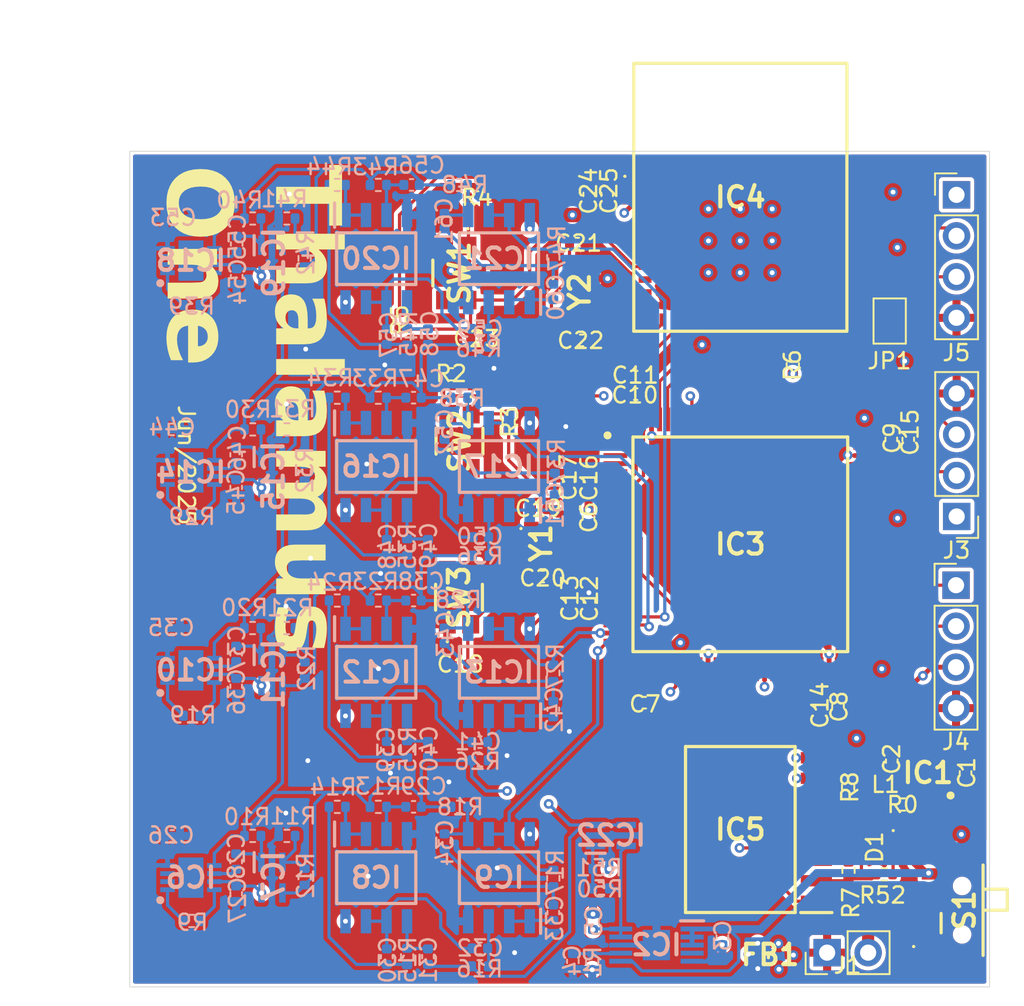
<source format=kicad_pcb>
(kicad_pcb (version 20240108) (generator "pcbnew") (generator_version "8.0")
  (layers (0 "F.Cu" signal) (1 "In1.Cu" signal) (2 "In2.Cu" signal) (31 "B.Cu" signal) (34 "B.Paste" user) (35 "F.Paste" user) (36 "B.SilkS" user "B.Silkscreen") (37 "F.SilkS" user "F.Silkscreen") (38 "B.Mask" user) (39 "F.Mask" user) (44 "Edge.Cuts" user))
  (net 0 "")
  (net 1 "GND")
  (net 2 "HSE_I")
  (net 3 "HSE_O")
  (net 4 "RESET")
  (net 5 "BOOT")
  (net 6 "VBAT")
  (net 7 "BPF_V+_STG0_0")
  (net 8 "BPF_V-_STG2_0")
  (net 9 "BPF_V+_STG3_0")
  (net 10 "Net-(IC2-SET)")
  (net 11 "BPF_V+_STG0_1")
  (net 12 "Net-(C33-Pad1)")
  (net 13 "BPF_V-_STG2_1")
  (net 14 "VDDA33")
  (net 15 "BPF_V+_STG3_1")
  (net 16 "PGA_OUT_0")
  (net 17 "XTAL_32K_P")
  (net 18 "BPF_V+_STG0_2")
  (net 19 "XTAL_32K_N")
  (net 20 "ESP-RESET")
  (net 21 "BPF_V-_STG2_2")
  (net 22 "Net-(IC6-VOUT)")
  (net 23 "BPF_V+_STG3_2")
  (net 24 "Net-(C30-Pad1)")
  (net 25 "BPF_V+_STG0_3")
  (net 26 "Net-(IC10-VOUT)")
  (net 27 "BPF_V-_STG2_3")
  (net 28 "BPF_V+_STG3_3")
  (net 29 "Net-(C39-Pad1)")
  (net 30 "Net-(C42-Pad1)")
  (net 31 "SWDIO")
  (net 32 "Net-(IC14-VOUT)")
  (net 33 "Net-(C48-Pad1)")
  (net 34 "Net-(IC18-VOUT)")
  (net 35 "Net-(C57-Pad1)")
  (net 36 "Net-(C60-Pad1)")
  (net 37 "USB_OTG_HS_DM")
  (net 38 "Net-(IC1-SW)")
  (net 39 "Net-(IC1-PG)")
  (net 57 "QSPI_IO2")
  (net 61 "RESET_FLASH")
  (net 62 "QSPI_IO0")
  (net 66 "USB_OTG_HS_DP")
  (net 68 "QSPI_CLK")
  (net 69 "unconnected-(IC3-PC13-Pad7)")
  (net 76 "UART5_RX")
  (net 79 "QSPI_IO3")
  (net 82 "MCU_RX")
  (net 84 "QSPI_IO1")
  (net 87 "MCU_TX")
  (net 88 "QSPI_NCS")
  (net 89 "USB_OTG_HS_ID")
  (net 90 "UART5_TX")
  (net 95 "SWCLK")
  (net 101 "BPF_V-_STG0_0")
  (net 104 "Net-(C51-Pad1)")
  (net 107 "LNA_OUT_0")
  (net 108 "LNA_OUT_1")
  (net 112 "ADC_IN0")
  (net 113 "BPF_V-_STG1_0")
  (net 114 "BPF_V+_STG1_0")
  (net 115 "BPF_V+_STG2_0")
  (net 116 "ADC_IN2")
  (net 117 "ADC_IN3")
  (net 118 "ADC_IN1")
  (net 121 "BPF_V+_STG1_1")
  (net 122 "BPF_V-_STG1_1")
  (net 123 "BPF_V+_STG2_1")
  (net 124 "BPF_V-_STG0_1")
  (net 127 "LNA_OUT_2")
  (net 131 "BPF_V+_STG2_2")
  (net 132 "BPF_V-_STG1_2")
  (net 133 "BPF_V+_STG1_2")
  (net 134 "TXD0")
  (net 135 "BPF_V-_STG0_2")
  (net 139 "LNA_OUT_3")
  (net 141 "BPF_V+_STG2_3")
  (net 142 "BPF_V-_STG1_3")
  (net 143 "BPF_V+_STG1_3")
  (net 146 "BPF_V-_STG0_3")
  (net 149 "ESP-BOOT")
  (net 154 "Net-(IC4-IO8)")
  (net 159 "RXD0")
  (net 171 "VIN_BAT")
  (net 174 "Net-(IC6-RG_2)")
  (net 177 "Net-(IC6-RG_1)")
  (net 178 "Net-(IC7--IN)")
  (net 180 "Net-(IC10-RG_1)")
  (net 181 "Net-(IC22-+IN)")
  (net 183 "Net-(IC10-RG_2)")
  (net 185 "Net-(IC11--IN)")
  (net 186 "Net-(IC14-RG_2)")
  (net 187 "Net-(IC14-RG_1)")
  (net 191 "Net-(J1-Pin_2)")
  (net 192 "Net-(IC15--IN)")
  (net 194 "Net-(IC18-RG_1)")
  (net 196 "Net-(IC18-RG_2)")
  (net 199 "Net-(IC19--IN)")
  (net 200 "Net-(R3-Pad1)")
  (net 201 "Net-(R4-Pad1)")
  (net 212 "GNDA")
  (net 213 "Net-(D1-A)")
  (footprint "LED_SMD:LED_0402_1005Metric" (layer "F.Cu") (at 109.07 83.115 -90)
    (property "Reference" "D1")
    (property "Value" "LED")
  )
  (footprint "Jumper:SolderJumper-2_P1.3mm_Open_Pad1.0x1.5mm" (layer "F.Cu") (at 108.85 50.45 -90)
    (property "Reference" "JP1")
    (property "Value" "Jumper_2_Bridged")
  )
  (footprint "tactile_button:TL1030AF350AQJ" (layer "F.Cu") (at 82.175 67.565 90)
    (property "Reference" "SW3")
    (property "Value" "SW_Push_Dual" (hide yes))
  )
  (footprint "Capacitor_SMD:C_0402_1005Metric" (layer "F.Cu") (at 82.24 71.735 180)
    (property "Reference" "C18")
    (property "Value" "0.1uF")
  )
  (footprint "Capacitor_SMD:C_0402_1005Metric" (layer "F.Cu") (at 90.25 60.33 90)
    (property "Reference" "C16")
    (property "Value" "100nF")
  )
  (footprint "Capacitor_SMD:C_0402_1005Metric" (layer "F.Cu") (at 93.65 74.1 180)
    (property "Reference" "C7")
    (property "Value" "100nF")
  )
  (footprint "Capacitor_SMD:C_0402_1005Metric" (layer "F.Cu") (at 90.24 42.6 90)
    (property "Reference" "C24")
    (property "Value" "22uF")
  )
  (footprint "Connector_PinHeader_2.54mm:PinHeader_1x04_P2.54mm_Vertical" (layer "F.Cu") (at 112.99 42.63)
    (property "Reference" "J5")
    (property "Value" "Serial")
  )
  (footprint "Resistor_SMD:R_0402_1005Metric" (layer "F.Cu") (at 85.25 56.71 -90)
    (property "Reference" "R3")
    (property "Value" "1k")
  )
  (footprint "esp32c6:ESP32C6MINI1H4" (layer "F.Cu") (at 99.6 42.78)
    (property "Reference" "IC4")
    (property "Value" "ESP32-C6-MINI-1-H4" (hide yes))
  )
  (footprint "tactile_button:TL1030AF200AQJ" (layer "F.Cu") (at 82.205 57.895 -90)
    (property "Reference" "SW2")
    (property "Value" "SW_Push_Dual" (hide yes))
  )
  (footprint "Capacitor_SMD:C_0402_1005Metric" (layer "F.Cu") (at 90.2 62.65 90)
    (property "Reference" "C6")
    (property "Value" "100nF")
  )
  (footprint "stm32h730vbt6:QFP50P1600X1600X160-100N" (layer "F.Cu") (at 99.6 64.285)
    (property "Reference" "IC3")
    (property "Value" "STM32H730VBT6" (hide yes))
  )
  (footprint "Resistor_SMD:R_0402_1005Metric" (layer "F.Cu") (at 108.52 84.73)
    (property "Reference" "R52")
    (property "Value" "1k")
  )
  (footprint "Resistor_SMD:R_0402_1005Metric" (layer "F.Cu") (at 109.65 80.41 180)
    (property "Reference" "R0")
    (property "Value" "100k")
  )
  (footprint "Capacitor_SMD:C_0402_1005Metric" (layer "F.Cu") (at 104.6 74.321 -90)
    (property "Reference" "C14")
    (property "Value" "2.2uF")
  )
  (footprint "Connector_PinHeader_2.54mm:PinHeader_1x04_P2.54mm_Vertical" (layer "F.Cu") (at 112.96 66.82)
    (property "Reference" "J4")
    (property "Value" "Serial")
  )
  (footprint "Capacitor_SMD:C_0402_1005Metric" (layer "F.Cu") (at 89.5 45.65)
    (property "Reference" "C21")
    (property "Value" "20pF")
  )
  (footprint "ferritebead:BEADC1005X55N" (layer "F.Cu") (at 101.34 89.75 180)
    (property "Reference" "FB1")
    (property "Value" "FerriteBead_Small" (hide yes))
  )
  (footprint "Connector_PinHeader_2.54mm:PinHeader_1x02_P2.54mm_Vertical" (layer "F.Cu") (at 104.975 89.59 90)
    (property "Reference" "J1")
    (property "Value" "Battery LiPO")
  )
  (footprint "sw_tactile:PCM12SMTBR" (layer "F.Cu") (at 113.335 86.96 90)
    (property "Reference" "S1")
    (property "Value" "PCM12SMTBR" (hide yes))
  )
  (footprint "crystal30M:830107284409" (layer "F.Cu") (at 89.645 48.637 -90)
    (property "Reference" "Y2")
    (property "Value" "Crystal_GND24_Small" (hide yes))
  )
  (footprint "Resistor_SMD:R_0402_1005Metric" (layer "F.Cu") (at 106.275 79.335 -90)
    (property "Reference" "R8")
    (property "Value" "10k")
  )
  (footprint "Capacitor_SMD:C_0402_1005Metric" (layer "F.Cu") (at 108.98 77.72 90)
    (property "Reference" "C2")
    (property "Value" "22uF")
  )
  (footprint "Capacitor_SMD:C_0402_1005Metric" (layer "F.Cu") (at 89.15 67.82 90)
    (property "Reference" "C13")
    (property "Value" "1uF")
  )
  (footprint "Capacitor_SMD:C_0402_1005Metric" (layer "F.Cu") (at 87.341 66.284 180)
    (property "Reference" "C20")
    (property "Value" "20pF")
  )
  (footprint "Capacitor_SMD:C_0402_1005Metric" (layer "F.Cu") (at 87.146 62.109)
    (property "Reference" "C19")
    (property "Value" "20pF")
  )
  (footprint "Resistor_SMD:R_0402_1005Metric" (layer "F.Cu") (at 81.66 53.75 180)
    (property "Reference" "R2")
    (property "Value" "10k")
  )
  (footprint "Capacitor_SMD:C_0402_1005Metric" (layer "F.Cu") (at 105.65 74.321 -90)
    (property "Reference" "C8")
    (property "Value" "100nF")
  )
  (footprint "crystal30M:830107284409" (layer "F.Cu") (at 87.263 64.209 -90)
    (property "Reference" "Y1")
    (property "Value" "Crystal_GND24_Small" (hide yes))
  )
  (footprint "Connector_PinHeader_2.54mm:PinHeader_1x04_P2.54mm_Vertical" (layer "F.Cu") (at 113 62.56 180)
    (property "Reference" "J3")
    (property "Value" "ST-Link")
  )
  (footprint "Inductor_SMD:L_0402_1005Metric" (layer "F.Cu") (at 108.51 79.28 180)
    (property "Reference" "L1")
    (property "Value" "2.2uH")
  )
  (footprint "Capacitor_SMD:C_0402_1005Metric" (layer "F.Cu") (at 108.95 57.78 90)
    (property "Reference" "C9")
    (property "Value" "100nF")
  )
  (footprint "Capacitor_SMD:C_0402_1005Metric" (layer "F.Cu") (at 90.25 67.8 90)
    (property "Reference" "C12")
    (property "Value" "100nF")
  )
  (footprint "Capacitor_SMD:C_0402_1005Metric" (layer "F.Cu") (at 110 57.78 90)
    (property "Reference" "C15")
    (property "Value" "2.2uF")
  )
  (footprint "Capacitor_SMD:C_0402_1005Metric" (layer "F.Cu") (at 93.12 54.98 180)
    (property "Reference" "C10")
    (property "Value" "100nF")
  )
  (footprint "Resistor_SMD:R_0402_1005Metric" (layer "F.Cu") (at 78.49 50.44 -90)
    (property "Reference" "R5")
    (property "Value" "10k")
  )
  (footprint "Capacitor_SMD:C_0402_1005Metric" (layer "F.Cu") (at 113.55 78.45 90)
    (property "Reference" "C1")
    (property "Value" "10uF")
  )
  (footprint "Capacitor_SMD:C_0402_1005Metric" (layer "F.Cu") (at 88.97 60.33 90)
    (property "Reference" "C17")
    (property "Value" "4.7uF")
  )
  (footprint "Resistor_SMD:R_0402_1005Metric" (layer "F.Cu") (at 106.3 84.5 -90)
    (property "Reference" "R7")
    (property "Value" "10k")
  )
  (footprint "tactile_button:TL1030AF160BQJ" (layer "F.Cu") (at 82.005 47.475 -90)
    (property "Reference" "SW1")
    (property "Value" "SW_Push_Dual" (hide yes))
  )
  (footprint "Capacitor_SMD:C_0402_1005Metric" (layer "F.Cu") (at 93.12 53.9 180)
    (property "Reference" "C11")
    (property "Value" "10uF")
  )
  (footprint "w25q512jvfiq:SOIC127P1032X264-16N" (layer "F.Cu") (at 99.6 81.96 180)
    (property "Reference" "IC5")
    (property "Value" "W25Q512JVFIQ" (hide yes))
  )
  (footprint "Capacitor_SMD:C_0402_1005Metric" (layer "F.Cu") (at 83.38 51.52)
    (property "Reference" "C23")
    (property "Value" "1uF")
  )
  (footprint "Resistor_SMD:R_0402_1005Metric" (layer "F.Cu") (at 83.22 42.79)
    (property "Reference" "R4")
    (property "Value" "1k")
  )
  (footprint "Capacitor_SMD:C_0402_1005Metric" (layer "F.Cu") (at 91.35 42.6 90)
    (property "Reference" "C25")
    (property "Value" "0.1uF")
  )
  (footprint "Resistor_SMD:R_0402_1005Metric" (layer "F.Cu") (at 102.85 53.21 90)
    (property "Reference" "R6")
    (property "Value" "10k")
  )
  (footprint "tps62162:SON50P200X200X80-9N" (layer "F.Cu") (at 111.22 78.45 180)
    (property "Reference" "IC1")
    (property "Value" "TPS62162QDSGRQ1" (hide yes))
  )
  (footprint "Capacitor_SMD:C_0402_1005Metric" (layer "F.Cu") (at 89.77 51.65 180)
    (property "Reference" "C22")
    (property "Value" "20pF")
  )
  (footprint "Capacitor_SMD:C_0402_1005Metric" (layer "B.Cu") (at 77.7025 76.985 90)
    (property "Reference" "C39")
    (property "Value" "36nF")
  )
  (footprint "Capacitor_SMD:C_0402_1005Metric" (layer "B.Cu") (at 88.015 48.645 -90)
    (property "Reference" "C60")
    (property "Value" "300nF")
  )
  (footprint "lt3042:SOP50P490X110-11N" (layer "B.Cu") (at 94.402 89.12 180)
    (property "Reference" "IC2")
    (property "Value" "LT3042IMSE#PBF" (hide yes))
  )
  (footprint "Resistor_SMD:R_0402_1005Metric" (layer "B.Cu") (at 83.47 52.035)
    (property "Reference" "R46")
    (property "Value" "967k")
  )
  (footprint "Resistor_SMD:R_0402_1005Metric" (layer "B.Cu") (at 82.195 42.015)
    (property "Reference" "R48")
    (property "Value" "1.93M")
  )
  (footprint "Resistor_SMD:R_0402_1005Metric" (layer "B.Cu") (at 65.615 49.455)
    (property "Reference" "R39")
    (property "Value" "5.26k")
  )
  (footprint "Resistor_SMD:R_0402_1005Metric" (layer "B.Cu") (at 74.635 42.015)
    (property "Reference" "R44")
    (property "Value" "149K")
  )
  (footprint "Capacitor_SMD:C_0402_1005Metric" (layer "B.Cu") (at 80.2525 89.8375 -90)
    (property "Reference" "C31")
    (property "Value" "8.2nF")
  )
  (footprint "Capacitor_SMD:C_0402_1005Metric" (layer "B.Cu") (at 79.36 80.555)
    (property "Reference" "C29")
    (property "Value" "36nF")
  )
  (footprint "Capacitor_SMD:C_0402_1005Metric" (layer "B.Cu") (at 64.405 69.475 180)
    (property "Reference" "C35")
    (property "Value" "0.1uF")
  )
  (footprint "ina333:SON50P300X300X80-9N-D" (layer "B.Cu") (at 65.5725 84.94)
    (property "Reference" "IC6")
    (property "Value" "INA333AIDRGT" (hide yes))
  )
  (footprint "Capacitor_SMD:C_0402_1005Metric" (layer "B.Cu") (at 81.28 82.71 -90)
    (property "Reference" "C34")
    (property "Value" "300nF")
  )
  (footprint "Capacitor_SMD:C_0402_1005Metric" (layer "B.Cu") (at 68.3725 85.94 -90)
    (property "Reference" "C27")
    (property "Value" "0.1uF")
  )
  (footprint "opa333:SOT65P210X110-5N" (layer "B.Cu") (at 70.5875 84.94 -90)
    (property "Reference" "IC7")
    (property "Value" "OPA333AIDCKRG4" (hide yes))
  )
  (footprint "Resistor_SMD:R_0402_1005Metric" (layer "B.Cu") (at 77.175 42.015)
    (property "Reference" "R43")
    (property "Value" "97k")
  )
  (footprint "Capacitor_SMD:C_0402_1005Metric" (layer "B.Cu") (at 68.3725 60.76 -90)
    (property "Reference" "C45")
    (property "Value" "0.1uF")
  )
  (footprint "Capacitor_SMD:C_0402_1005Metric" (layer "B.Cu") (at 64.4125 82.355 180)
    (property "Reference" "C26")
    (property "Value" "0.1uF")
  )
  (footprint "Resistor_SMD:R_0402_1005Metric" (layer "B.Cu") (at 69.3975 82.355 180)
    (property "Reference" "R10")
    (property "Value" "910k")
  )
  (footprint "Resistor_SMD:R_0402_1005Metric" (layer "B.Cu") (at 69.39 69.475 180)
    (property "Reference" "R20")
    (property "Value" "910k")
  )
  (footprint "ina333:SON50P300X300X80-9N-D" (layer "B.Cu") (at 65.5725 72.095)
    (property "Reference" "IC10")
    (property "Value" "INA333AIDRGT" (hide yes))
  )
  (footprint "Resistor_SMD:R_0402_1005Metric" (layer "B.Cu") (at 82.195 55.2)
    (property "Reference" "R38")
    (property "Value" "1.93M")
  )
  (footprint "Capacitor_SMD:C_0402_1005Metric" (layer "B.Cu") (at 90.474 87.68 90)
    (property "Reference" "C5")
    (property "Value" "4.7uF")
  )
  (footprint "mcp602:SOIC127P600X175-8N" (layer "B.Cu") (at 77.05 46.585 -90)
    (property "Reference" "IC20")
    (property "Value" "MCP602-E_SN" (hide yes))
  )
  (footprint "opa333:SOT65P210X110-5N" (layer "B.Cu") (at 70.5875 46.705 -90)
    (property "Reference" "IC19")
    (property "Value" "OPA333AIDCKRG4" (hide yes))
  )
  (footprint "mcp602:SOIC127P600X175-8N" (layer "B.Cu") (at 84.65 72.22 90)
    (property "Reference" "IC13")
    (property "Value" "MCP602-E_SN" (hide yes))
  )
  (footprint "Capacitor_SMD:C_0402_1005Metric" (layer "B.Cu") (at 79.36 55.2)
    (property "Reference" "C47")
    (property "Value" "36nF")
  )
  (footprint "Resistor_SMD:R_0402_1005Metric" (layer "B.Cu") (at 74.635 67.77)
    (property "Reference" "R24")
    (property "Value" "149K")
  )
  (footprint "Capacitor_SMD:C_0402_1005Metric" (layer "B.Cu") (at 81.28 44.255 -90)
    (property "Reference" "C61")
    (property "Value" "300nF")
  )
  (footprint "Resistor_SMD:R_0402_1005Metric" (layer "B.Cu") (at 65.615 62.460952)
    (property "Reference" "R29")
    (property "Value" "5.26k")
  )
  (footprint "Resistor_SMD:R_0402_1005Metric" (layer "B.Cu") (at 83.47 77.67)
    (property "Reference" "R26")
    (property "Value" "967k")
  )
  (footprint "mcp602:SOIC127P600X175-8N" (layer "B.Cu") (at 84.65 46.585 90)
    (property "Reference" "IC21")
    (property "Value" "MCP602-E_SN" (hide yes))
  )
  (footprint "Resistor_SMD:R_0402_1005Metric" (layer "B.Cu") (at 83.47 90.435)
    (property "Reference" "R16")
    (property "Value" "967k")
  )
  (footprint "mcp602:SOIC127P600X175-8N" (layer "B.Cu") (at 77.05 72.22 -90)
    (property "Reference" "IC12")
    (property "Value" "MCP602-E_SN" (hide yes))
  )
  (footprint "ina333:SON50P300X300X80-9N-D" (layer "B.Cu") (at 65.5725 46.705)
    (property "Reference" "IC18")
    (property "Value" "INA333AIDRGT" (hide yes))
  )
  (footprint "mcp602:SOIC127P600X175-8N" (layer "B.Cu") (at 77.05 84.9425 -90)
    (property "Reference" "IC8")
    (property "Value" "MCP602-E_SN" (hide yes))
  )
  (footprint "Capacitor_SMD:C_0402_1005Metric" (layer "B.Cu") (at 79.36 67.77)
    (property "Reference" "C38")
    (property "Value" "36nF")
  )
  (footprint "Capacitor_SMD:C_0402_1005Metric" (layer "B.Cu") (at 68.3725 58.735 90)
    (property "Reference" "C46")
    (property "Value" "330nF")
  )
  (footprint "Resistor_SMD:R_0402_1005Metric" (layer "B.Cu") (at 77.175 80.555)
    (property "Reference" "R13")
    (property "Value" "97k")
  )
  (footprint "Capacitor_SMD:C_0402_1005Metric" (layer "B.Cu") (at 89.227 90.129 -90)
    (property "Reference" "C4")
    (property "Value" "0.47uF")
  )
  (footprint "Capacitor_SMD:C_0402_1005Metric" (layer "B.Cu") (at 77.7025 51.415 90)
    (property "Reference" "C57")
    (property "Value" "36nF")
  )
  (footprint "Capacitor_SMD:C_0402_1005Metric" (layer "B.Cu") (at 68.405 45.675 90)
    (property "Reference" "C55")
    (property "Value" "330nF")
  )
  (footprint "Resistor_SMD:R_0402_1005Metric" (layer "B.Cu") (at 78.9625 51.415 90)
    (property "Reference" "R45")
    (property "Value" "276K")
  )
  (footprint "mcp602:SOIC127P600X175-8N" (layer "B.Cu") (at 84.65 59.465 90)
    (property "Reference" "IC17")
    (property "Value" "MCP602-E_SN" (hide yes))
  )
  (footprint "Resistor_SMD:R_0402_1005Metric" (layer "B.Cu") (at 71.5125 82.355)
    (property "Reference" "R11")
    (property "Value" "1.5k")
  )
  (footprint "Resistor_SMD:R_0402_1005Metric" (layer "B.Cu") (at 90.97 84.4 180)
    (property "Reference" "R51")
    (property "Value" "10k")
  )
  (footprint "Resistor_SMD:R_0402_1005Metric" (layer "B.Cu") (at 78.9625 89.8375 90)
    (property "Reference" "R15")
    (property "Value" "276K")
  )
  (footprint "Resistor_SMD:R_0402_1005Metric" (layer "B.Cu") (at 72.6125 59.835952 90)
    (property "Reference" "R32")
    (property "Value" "750k")
  )
  (footprint "Capacitor_SMD:C_0402_1005Metric" (layer "B.Cu") (at 68.405 47.695 -90)
    (property "Reference" "C54")
    (property "Value" "0.1uF")
  )
  (footprint "Resistor_SMD:R_0402_1005Metric" (layer "B.Cu") (at 74.635 55.2)
    (property "Reference" "R34")
    (property "Value" "149K")
  )
  (footprint "Resistor_SMD:R_0402_1005Metric" (layer "B.Cu") (at 72.6125 46.565 90)
    (property "Reference" "R42")
    (property "Value" "750k")
  )
  (footprint "Resistor_SMD:R_0402_1005Metric" (layer "B.Cu") (at 88.015 72.26 -90)
    (property "Reference" "R27")
    (property "Value" "484k")
  )
  (footprint "Resistor_SMD:R_0402_1005Metric" (layer "B.Cu") (at 88.015 84.98 -90)
    (property "Reference" "R17")
    (property "Value" "484k")
  )
  (footprint "Capacitor_SMD:C_0402_1005Metric" (layer "B.Cu") (at 81.28 69.95 -90)
    (property "Reference" "C43")
    (property "Value" "300nF")
  )
  (footprint "Capacitor_SMD:C_0402_1005Metric" (layer "B.Cu") (at 83.53 63.84 180)
    (property "Reference" "C50")
    (property "Value" "300nF")
  )
  (footprint "Capacitor_SMD:C_0402_1005Metric" (layer "B.Cu") (at 81.2725 57.295 -90)
    (property "Reference" "C52")
    (property "Value" "300nF")
  )
  (footprint "Capacitor_SMD:C_0402_1005Metric" (layer "B.Cu") (at 68.3725 73.08 -90)
    (property "Reference" "C36")
    (property "Value" "0.1uF")
  )
  (footprint "Resistor_SMD:R_0402_1005Metric" (layer "B.Cu") (at 65.615 74.905)
    (property "Reference" "R19")
    (property "Value" "5.26k")
  )
  (footprint "Capacitor_SMD:C_0402_1005Metric" (layer "B.Cu") (at 88.015 74.5 -90)
    (property "Reference" "C42")
    (property "Value" "300nF")
  )
  (footprint "opa333:SOT65P210X110-5N" (layer "B.Cu") (at 70.5875 59.825952 -90)
    (property "Reference" "IC15")
    (property "Value" "OPA333AIDCKRG4" (hide yes))
  )
  (footprint "Capacitor_SMD:C_0402_1005Metric" (layer "B.Cu") (at 88.1 61.69 -90)
    (property "Reference" "C51")
    (property "Value" "300nF")
  )
  (footprint "Resistor_SMD:R_0402_1005Metric" (layer "B.Cu") (at 78.9625 64.465 90)
    (property "Reference" "R35")
    (property "Value" "276K")
  )
  (footprint "Resistor_SMD:R_0402_1005Metric" (layer "B.Cu") (at 72.6125 84.89 90)
    (property "Reference" "R12")
    (property "Value" "750k")
  )
  (footprint "opa333:SOT65P210X110-5N" (layer "B.Cu") (at 91.58 82.33)
    (property "Reference" "IC22")
    (property "Value" "OPA333AIDCKRG4" (hide yes))
  )
  (footprint "Capacitor_SMD:C_0402_1005Metric" (layer "B.Cu") (at 79.235 42.015)
    (property "Reference" "C56")
    (property "Value" "36nF")
  )
  (footprint "Capacitor_SMD:C_0402_1005Metric" (layer "B.Cu") (at 64.415 57.165)
    (property "Reference" "C44")
    (property "Value" "0.1uF")
  )
  (footprint "Resistor_SMD:R_0402_1005Metric" (layer "B.Cu") (at 83.52 64.99)
    (property "Reference" "R36")
    (property "Value" "967k")
  )
  (footprint "opa333:SOT65P210X110-5N" (layer "B.Cu") (at 70.5875 72.095 -90)
    (property "Reference" "IC11")
    (property "Value" "OPA333AIDCKRG4" (hide yes))
  )
  (footprint "Capacitor_SMD:C_0402_1005Metric" (layer "B.Cu") (at 80.2525 64.465 -90)
    (property "Reference" "C49")
    (property "Value" "8.2nF")
  )
  (footprint "Resistor_SMD:R_0402_1005Metric" (layer "B.Cu") (at 65.615 87.625)
    (property "Reference" "R9")
    (property "Value" "5.26k")
  )
  (footprint "mcp602:SOIC127P600X175-8N" (layer "B.Cu") (at 77.05 59.465 -90)
    (property "Reference" "IC16")
    (property "Value" "MCP602-E_SN" (hide yes))
  )
  (footprint "Capacitor_SMD:C_0402_1005Metric" (layer "B.Cu") (at 98.487 88.619 -90)
    (property "Reference" "C3")
    (property "Value" "4.7uF")
  )
  (footprint "Capacitor_SMD:C_0402_1005Metric" (layer "B.Cu") (at 64.4125 44.095)
    (property "Reference" "C53")
    (property "Value" "0.1uF")
  )
  (footprint "Resistor_SMD:R_0402_1005Metric" (layer "B.Cu") (at 69.4 57.165 180)
    (property "Reference" "R30")
    (property "Value" "910k")
  )
  (footprint "Capacitor_SMD:C_0402_1005Metric" (layer "B.Cu") (at 77.7025 64.465 90)
    (property "Reference" "C48")
    (property "Value" "36nF")
  )
  (footprint "Resistor_SMD:R_0402_1005Metric" (layer "B.Cu") (at 77.175 67.77)
    (property "Reference" "R23")
    (property "Value" "97k")
  )
  (footprint "Resistor_SMD:R_0402_1005Metric" (layer "B.Cu") (at 71.505 69.475)
    (property "Reference" "R21")
    (property "Value" "1.5k")
  )
  (footprint "Resistor_SMD:R_0402_1005Metric" (layer "B.Cu") (at 69.3975 44.095 180)
    (property "Reference" "R40")
    (property "Value" "910k")
  )
  (footprint "Resistor_SMD:R_0402_1005Metric" (layer "B.Cu") (at 90.97 85.61)
    (property "Reference" "R50")
    (property "Value" "10k")
  )
  (footprint "Resistor_SMD:R_0402_1005Metric" (layer "B.Cu") (at 72.6125 72.095 90)
    (property "Reference" "R22")
    (property "Value" "750k")
  )
  (footprint "Resistor_SMD:R_0402_1005Metric" (layer "B.Cu") (at 74.635 80.555)
    (property "Reference" "R14")
    (property "Value" "149K")
  )
  (footprint "mcp602:SOIC127P600X175-8N" (layer "B.Cu") (at 84.65 84.9425 90)
    (property "Reference" "IC9")
    (property "Value" "MCP602-E_SN" (hide yes))
  )
  (footprint "Capacitor_SMD:C_0402_1005Metric" (layer "B.Cu") (at 68.3725 71.075 90)
    (property "Reference" "C37")
    (property "Value" "330nF")
  )
  (footprint "Resistor_SMD:R_0402_1005Metric" (layer "B.Cu") (at 77.175 55.2)
    (property "Reference" "R33")
    (property "Value" "97k")
  )
  (footprint "Capacitor_SMD:C_0402_1005Metric" (layer "B.Cu") (at 80.2525 51.415 -90)
    (property "Reference" "C58")
    (property "Value" "8.2nF")
  )
  (footprint "Resistor_SMD:R_0402_1005Metric" (layer "B.Cu") (at 82.195 67.77)
    (property "Reference" "R28")
    (property "Value" "1.93M")
  )
  (footprint "Resistor_SMD:R_0402_1005Metric" (layer "B.Cu") (at 78.9625 76.985 90)
    (property "Reference" "R25")
    (property "Value" "276K")
  )
  (footprint "Resistor_SMD:R_0402_1005Metric" (layer "B.Cu") (at 88.015 46.505 -90)
    (property "Reference" "R47")
    (property "Value" "484k")
  )
  (footprint "Capacitor_SMD:C_0402_1005Metric" (layer "B.Cu") (at 83.47 76.545 180)
    (property "Reference" "C41")
    (property "Value" "300nF")
  )
  (footprint "Capacitor_SMD:C_0402_1005Metric" (layer "B.Cu") (at 77.7025 89.8375 90)
    (property "Reference" "C30")
    (property "Value" "36nF")
  )
  (footprint "ina333:SON50P300X300X80-9N-D" (layer "B.Cu") (at 65.5725 59.825952)
    (property "Reference" "IC14")
    (property "Value" "INA333AIDRGT" (hide yes))
  )
  (footprint "Resistor_SMD:R_0402_1005Metric" (layer "B.Cu") (at 71.5125 44.095)
    (property "Reference" "R41")
    (property "Value" "1.5k")
  )
  (footprint "Resistor_SMD:R_0402_1005Metric" (layer "B.Cu") (at 88.1025 59.355 -90)
    (property "Reference" "R37")
    (property "Value" "484k")
  )
  (footprint "Resistor_SMD:R_0402_1005Metric" (layer "B.Cu") (at 90.427 90.139 -90)
    (property "Reference" "R1")
    (property "Value" "33.2k")
  )
  (footprint "Capacitor_SMD:C_0402_1005Metric" (layer "B.Cu") (at 83.47 50.935 180)
    (property "Reference" "C59")
    (property "Value" "300nF")
  )
  (footprint "Capacitor_SMD:C_0402_1005Metric" (layer "B.Cu") (at 88.015 87.11 -90)
    (property "Reference" "C33")
    (property "Value" "300nF")
  )
  (footprint "Capacitor_SMD:C_0402_1005Metric" (layer "B.Cu") (at 68.3725 83.945 90)
    (property "Reference" "C28")
    (property "Value" "330nF")
  )
  (footprint "Resistor_SMD:R_0402_1005Metric" (layer "B.Cu") (at 82.195 80.555)
    (property "Reference" "R18")
    (property "Value" "1.93M")
  )
  (footprint "Capacitor_SMD:C_0402_1005Metric" (layer "B.Cu") (at 83.47 89.325 180)
    (property "Reference" "C32")
    (property "Value" "300nF")
  )
  (footprint "Capacitor_SMD:C_0402_1005Metric" (layer "B.Cu") (at 80.2525 76.985 -90)
    (property "Reference" "C40")
    (property "Value" "8.2nF")
  )
  (footprint "Resistor_SMD:R_0402_1005Metric" (layer "B.Cu") (at 71.515 57.165)
    (property "Reference" "R31")
    (property "Value" "1.5k")
  )
  (gr_rect (start 61.7825 39.93) (end 115.0375 91.71) (stroke (width 0.05)) (fill none) (layer "Edge.Cuts"))
  (gr_text "Jun/2025" (at 64.7 55.57 -90) (layer "F.SilkS") (effects (font (size 1 1)) (justify left bottom)))
  (gr_text "Thalamus \nOne" (at 63.45 40.75 270) (layer "F.SilkS") (effects (font (size 4 4) (thickness 0.8) (bold yes)) (justify left bottom)))
  (segment (start 110.77 77.7) (end 110.17 77.7) (width 0.2) (layer "F.Cu") (net 1))
  (segment (start 83.64 66.8) (end 86.35 66.8) (width 0.2) (layer "F.Cu") (net 1))
  (segment (start 93.17 73.43) (end 93.6 73) (width 0.2) (layer "F.Cu") (net 1))
  (segment (start 93.6 73) (end 93.6 72.023) (width 0.2) (layer "F.Cu") (net 1))
  (segment (start 107.35 49.8) (end 108.85 49.8) (width 0.6) (layer "F.Cu") (net 1))
  (segment (start 86.65 64.856) (end 86.65 65.034) (width 0.2) (layer "F.Cu") (net 1))
  (segment (start 111.22 78.15) (end 111.22 78.45) (width 0.2) (layer "F.Cu") (net 1))
  (segment (start 90.2 62.17) (end 90.815 62.785) (width 0.2) (layer "F.Cu") (net 1))
  (segment (start 86.65 64.82) (end 86.65 65.034) (width 0.2) (layer "F.Cu") (net 1))
  (segment (start 89.032 49.158) (end 89.032 49.462) (width 0.2) (layer "F.Cu") (net 1))
  (segment (start 87.876 63.384) (end 87.876 63.594) (width 0.2) (layer "F.Cu") (net 1))
  (segment (start 94.1 57.56) (end 94.11 57.57) (width 0.2) (layer "F.Cu") (net 1))
  (segment (start 81.45 69.24) (end 81.45 68.99) (width 0.2) (layer "F.Cu") (net 1))
  (segment (start 89.032 49.248) (end 90.258 48.022) (width 0.2) (layer "F.Cu") (net 1))
  (segment (start 111.67 79.2) (end 112.27 79.2) (width 0.2) (layer "F.Cu") (net 1))
  (segment (start 94.1 56.547) (end 94.1 57.56) (width 0.2) (layer "F.Cu") (net 1))
  (segment (start 111.22 78.45) (end 111.22 78.75) (width 0.2) (layer "F.Cu") (net 1))
  (segment (start 81.76 71.735) (end 81.48 71.455) (width 0.2) (layer "F.Cu") (net 1))
  (segment (start 106.275 58.785) (end 106.25 58.76) (width 0.2) (layer "F.Cu") (net 1))
  (segment (start 89.032 49.462) (end 89.032 49.248) (width 0.2) (layer "F.Cu") (net 1))
  (segment (start 87.876 62.359) (end 87.876 63.384) (width 0.2) (layer "F.Cu") (net 1))
  (segment (start 106.72 50.43) (end 107.35 49.8) (width 0.6) (layer "F.Cu") (net 1))
  (segment (start 105.55 50.43) (end 106.72 50.43) (width 0.6) (layer "F.Cu") (net 1))
  (segment (start 81.48 69.27) (end 81.45 69.24) (width 0.2) (layer "F.Cu") (net 1))
  (segment (start 105.1 72.023) (end 105.1 71.07) (width 0.2) (layer "F.Cu") (net 1))
  (segment (start 111.22 78.15) (end 110.77 77.7) (width 0.2) (layer "F.Cu") (net 1))
  (segment (start 81.48 71.455) (end 81.48 69.27) (width 0.2) (layer "F.Cu") (net 1))
  (segment (start 112.27 77.7) (end 111.67 77.7) (width 0.2) (layer "F.Cu") (net 1))
  (segment (start 111.22 78.75) (end 111.67 79.2) (width 0.2) (layer "F.Cu") (net 1))
  (segment (start 90.258 48.022) (end 90.258 47.812) (width 0.2) (layer "F.Cu") (net 1))
  (segment (start 93.17 74.1) (end 93.17 73.43) (width 0.2) (layer "F.Cu") (net 1))
  (segment (start 90.815 62.785) (end 91.862 62.785) (width 0.2) (layer "F.Cu") (net 1))
  (segment (start 81.45 68.99) (end 83.64 66.8) (width 0.2) (layer "F.Cu") (net 1))
  (segment (start 86.861 66.289) (end 86.861 66.284) (width 0.2) (layer "F.Cu") (net 1))
  (segment (start 86.35 66.8) (end 86.861 66.289) (width 0.2) (layer "F.Cu") (net 1))
  (segment (start 87.876 63.594) (end 86.65 64.82) (width 0.2) (layer "F.Cu") (net 1))
  (segment (start 111.67 77.7) (end 111.22 78.15) (width 0.2) (layer "F.Cu") (net 1))
  (segment (start 107.338 58.785) (end 106.275 58.785) (width 0.2) (layer "F.Cu") (net 1))
  (segment (start 87.626 62.109) (end 87.876 62.359) (width 0.2) (layer "F.Cu") (net 1))
  (segment (start 90.258 47.812) (end 90.258 48.136) (width 0.2) (layer "F.Cu") (net 1))
  (segment (start 87.626 63.134) (end 87.876 63.384) (width 0.2) (layer "F.Cu") (net 1))
  (via (at 81.7 47.32) (size 0.6) (drill 0.3) (layers "F.Cu" "B.Cu") (net 1))
  (via (at 101.96 89.02) (size 0.6) (drill 0.3) (layers "F.Cu" "B.Cu") (net 1))
  (via (at 95.89 70.38) (size 0.6) (drill 0.3) (layers "F.Cu" "B.Cu") (net 1))
  (via (at 109.33 45.89) (size 0.6) (drill 0.3) (layers "F.Cu" "B.Cu") (net 1))
  (via (at 97.625 45.48) (size 0.6) (drill 0.3) (layers "F.Cu" "B.Cu") (net 1))
  (via (at 99.6 45.48) (size 0.6) (drill 0.3) (layers "F.Cu" "B.Cu") (net 1))
  (via (at 109.06 42.46) (size 0.6) (drill 0.3) (layers "F.Cu" "B.Cu") (net 1))
  (via (at 102.89 89.74) (size 0.6) (drill 0.3) (layers "F.Cu" "B.Cu") (net 1))
  (via (at 113.29 82.26) (size 0.6) (drill 0.3) (layers "F.Cu" "B.Cu") (net 1))
  (via (at 90.2 62.17) (size 0.6) (drill 0.3) (layers "F.Cu" "B.Cu") (net 1))
  (via (at 99.6 43.505) (size 0.6) (drill 0.3) (layers "F.Cu" "B.Cu") (net 1))
  (via (at 99.6 47.455) (size 0.6) (drill 0.3) (layers "F.Cu" "B.Cu") (net 1))
  (via (at 109.34 62.67) (size 0.6) (drill 0.3) (layers "F.Cu" "B.Cu") (net 1))
  (via (at 107.29 56.47) (size 0.6) (drill 0.3) (layers "F.Cu" "B.Cu") (net 1))
  (via (at 101.575 43.505) (size 0.6) (drill 0.3) (layers "F.Cu" "B.Cu") (net 1))
  (via (at 105.1 71.07) (size 0.6) (drill 0.3) (layers "F.Cu" "B.Cu") (net 1))
  (via (at 94.11 57.57) (size 0.6) (drill 0.3) (layers "F.Cu" "B.Cu") (net 1))
  (via (at 109.78 52.93) (size 0.6) (drill 0.3) (layers "F.Cu" "B.Cu") (net 1))
  (via (at 97.625 43.505) (size 0.6) (drill 0.3) (layers "F.Cu" "B.Cu") (net 1))
  (via (at 101.575 47.455) (size 0.6) (drill 0.3) (layers "F.Cu" "B.Cu") (net 1))
  (via (at 108.36 72) (size 0.6) (drill 0.3) (layers "F.Cu" "B.Cu") (net 1))
  (via (at 101.575 45.48) (size 0.6) (drill 0.3) (layers "F.Cu" "B.Cu") (net 1))
  (via (at 101.99 90.62) (size 0.6) (drill 0.3) (layers "F.Cu" "B.Cu") (net 1))
  (via (at 91.38 47.82) (size 0.6) (drill 0.3) (layers "F.Cu" "B.Cu") (net 1))
  (via (at 97.23 51.92) (size 0.6) (drill 0.3) (layers "F.Cu" "B.Cu") (net 1))
  (via (at 89.2 43.88) (size 0.6) (drill 0.3) (layers "F.Cu" "B.Cu") (net 1))
  (via (at 106.8 76.31) (size 0.6) (drill 0.3) (layers "F.Cu" "B.Cu") (net 1))
  (via (at 97.625 47.455) (size 0.6) (drill 0.3) (layers "F.Cu" "B.Cu") (net 1))
  (via (at 106.25 58.76) (size 0.6) (drill 0.3) (layers "F.Cu" "B.Cu") (net 1))
  (segment (start 86.65 61.7) (end 86.65 63.384) (width 0.2) (layer "F.Cu") (net 2))
  (segment (start 89.641 63.784) (end 89.316 63.459) (width 0.2) (layer "F.Cu") (net 2))
  (segment (start 89.316 63.459) (end 89.316 62.384) (width 0.2) (layer "F.Cu") (net 2))
  (segment (start 86.851 61.499) (end 86.65 61.7) (width 0.2) (layer "F.Cu") (net 2))
  (segment (start 88.431 61.499) (end 86.851 61.499) (width 0.2) (layer "F.Cu") (net 2))
  (segment (start 89.316 62.384) (end 88.431 61.499) (width 0.2) (layer "F.Cu") (net 2))
  (segment (start 92.138 63.784) (end 89.641 63.784) (width 0.2) (layer "F.Cu") (net 2))
  (segment (start 92.138 64.284) (end 89.626 64.284) (width 0.2) (layer "F.Cu") (net 3))
  (segment (start 88.876 65.034) (end 87.876 65.034) (width 0.2) (layer "F.Cu") (net 3))
  (segment (start 87.821 66.284) (end 87.876 66.229) (width 0.2) (layer "F.Cu") (net 3))
  (segment (start 89.626 64.284) (end 88.876 65.034) (width 0.2) (layer "F.Cu") (net 3))
  (segment (start 87.876 66.229) (end 87.876 65.034) (width 0.2) (layer "F.Cu") (net 3))
  (segment (start 84.695 67.445) (end 82.9 69.24) (width 0.2) (layer "F.Cu") (net 4))
  (segment (start 87.855 67.445) (end 84.695 67.445) (width 0.2) (layer "F.Cu") (net 4))
  (segment (start 82.72 71.735) (end 82.72 69.42) (width 0.2) (layer "F.Cu") (net 4))
  (segment (start 87.855 67.445) (end 90.515 64.785) (width 0.2) (layer "F.Cu") (net 4))
  (segment (start 82.72 69.42) (end 82.9 69.24) (width 0.2) (layer "F.Cu") (net 4))
  (segment (start 90.515 64.785) (end 91.862 64.785) (width 0.2) (layer "F.Cu") (net 4))
  (segment (start 96.6 55.2) (end 96.5 55.1) (width 0.2) (layer "F.Cu") (net 5))
  (segment (start 81.575 55.09) (end 91.14 55.09) (width 0.2) (layer "F.Cu") (net 5))
  (segment (start 81.22 53.82) (end 81.15 53.75) (width 0.2) (layer "F.Cu") (net 5))
  (segment (start 96.6 56.547) (end 96.6 55.2) (width 0.2) (layer "F.Cu") (net 5))
  (segment (start 81.22 56.22) (end 81.22 53.82) (width 0.2) (layer "F.Cu") (net 5))
  (segment (start 81.22 56.22) (end 81.22 55.445) (width 0.2) (layer "F.Cu") (net 5))
  (segment (start 81.22 55.445) (end 81.575 55.09) (width 0.2) (layer "F.Cu") (net 5))
  (via (at 96.5 55.1) (size 0.6) (drill 0.3) (layers "F.Cu" "B.Cu") (net 5))
  (via (at 91.14 55.09) (size 0.6) (drill 0.3) (layers "F.Cu" "B.Cu") (net 5))
  (segment (start 90.37 63.3) (end 91.752 63.3) (width 0.2) (layer "F.Cu") (net 6))
  (segment (start 87.03 41.54) (end 88.57 43.08) (width 0.2) (layer "F.Cu") (net 6))
  (segment (start 85.25 57.22) (end 85.25 59.07) (width 0.2) (layer "F.Cu") (net 6))
  (segment (start 108.025 79.28) (end 108.025 78.705) (width 0.2) (layer "F.Cu") (net 6))
  (segment (start 106.3 85.01) (end 107.73 85.01) (width 0.2) (layer "F.Cu") (net 6))
  (segment (start 85.25 59.07) (end 86.99 60.81) (width 0.2) (layer "F.Cu") (net 6))
  (segment (start 95.8855 69.25) (end 94.1 71.0355) (width 0.2) (layer "F.Cu") (net 6))
  (segment (start 104.6 72.023) (end 104.6 71.0355) (width 0.2) (layer "F.Cu") (net 6))
  (segment (start 90.2 63.2) (end 90.2 63.13) (width 0.2) (layer "F.Cu") (net 6))
  (segment (start 102.8145 69.25) (end 96.88 69.25) (width 0.2) (layer "F.Cu") (net 6))
  (segment (start 110.17 78.2) (end 108.98 78.2) (width 0.3) (layer "F.Cu") (net 6))
  (segment (start 108.27 77.64) (end 108.27 74.97) (width 0.3) (layer "F.Cu") (net 6))
  (segment (start 105.6 72.309) (end 105.6 73.791) (width 0.2) (layer "F.Cu") (net 6))
  (segment (start 107.1 84.45) (end 106.54 85.01) (width 0.2) (layer "F.Cu") (net 6))
  (segment (start 92.6 60.785) (end 92.8495 60.785) (width 0.2) (layer "F.Cu") (net 6))
  (segment (start 90.21 63.21) (end 90.2 63.2) (width 0.2) (layer "F.Cu") (net 6))
  (segment (start 90.24 43.08) (end 91.35 43.08) (width 0.3) (layer "F.Cu") (net 6))
  (segment (start 111.438721 71.9) (end 112.96 71.9) (width 0.3) (layer "F.Cu") (net 6))
  (segment (start 93.15 61.0855) (end 93.15 62.9845) (width 0.2) (layer "F.Cu") (net 6))
  (segment (start 106.54 85.01) (end 106.3 85.01) (width 0.2) (layer "F.Cu") (net 6))
  (segment (start 108.74 58.28) (end 107.198 58.28) (width 0.2) (layer "F.Cu") (net 6))
  (segment (start 108.025 79.905) (end 108.025 79.28) (width 0.2) (layer "F.Cu") (net 6))
  (segment (start 108.98 78.2) (end 108.83 78.2) (width 0.2) (layer "F.Cu") (net 6))
  (segment (start 94.1 71.0355) (end 94.1 72.023) (width 0.2) (layer "F.Cu") (net 6))
  (segment (start 106.275 79.845) (end 106.275 80.795) (width 0.2) (layer "F.Cu") (net 6))
  (segment (start 104.641 73.8) (end 104.682 73.841) (width 0.2) (layer "F.Cu") (net 6))
  (segment (start 92.8495 60.785) (end 93.15 61.0855) (width 0.2) (layer "F.Cu") (net 6))
  (segment (start 91.35 43.08) (end 93.7 43.08) (width 0.3) (layer "F.Cu") (net 6))
  (segment (start 110.908721 72.43) (end 110.81 72.43) (width 0.3) (layer "F.Cu") (net 6))
  (segment (start 80.82 41.54) (end 87.03 41.54) (width 0.2) (layer "F.Cu") (net 6))
  (segment (start 88.97 60.81) (end 91.782 60.81) (width 0.2) (layer "F.Cu") (net 6))
  (segment (start 108.01 84.73) (end 107.73 85.01) (width 0.2) (layer "F.Cu") (net 6))
  (segment (start 93.6 56.547) (end 93.6 53.9) (width 0.2) (layer "F.Cu") (net 6))
  (segment (start 93.08 43.08) (end 92.41 43.75) (width 0.3) (layer "F.Cu") (net 6))
  (segment (start 108.53 80.41) (end 108.025 79.905) (width 0.2) (layer "F.Cu") (net 6))
  (segment (start 93.6 60.0345) (end 93.6 56.547) (width 0.2) (layer "F.Cu") (net 6))
  (segment (start 78.49 43.87) (end 80.82 41.54) (width 0.2) (layer "F.Cu") (net 6))
  (segment (start 109.65 59.28) (end 110 58.93) (width 0.2) (layer "F.Cu") (net 6))
  (segment (start 93.46 66.11) (end 93.46 63.8955) (width 0.2) (layer "F.Cu") (net 6))
  (segment (start 110.908721 72.43) (end 111.438721 71.9) (width 0.3) (layer "F.Cu") (net 6))
  (segment (start 96.6 69.25) (end 95.8855 69.25) (width 0.2) (layer "F.Cu") (net 6))
  (segment (start 107.141 73.841) (end 105.65 73.841) (width 0.3) (layer "F.Cu") (net 6))
  (segment (start 91.862 60.785) (end 92.6 60.785) (width 0.2) (layer "F.Cu") (net 6))
  (segment (start 107.198 59.28) (end 109.65 59.28) (width 0.2) (layer "F.Cu") (net 6))
  (segment (start 93.7 43.08) (end 93.08 43.08) (width 0.2) (layer "F.Cu") (net 6))
  (segment (start 106.275 80.795) (end 107.1 81.62) (width 0.2) (layer "F.Cu") (net 6))
  (segment (start 108.27 74.97) (end 107.141 73.841) (width 0.3) (layer "F.Cu") (net 6))
  (segment (start 106.275 79.845) (end 107.46 79.845) (width 0.2) (layer "F.Cu") (net 6))
  (segment (start 88.57 43.08) (end 90.24 43.08) (width 0.2) (layer "F.Cu") (net 6))
  (segment (start 94.1 74.07) (end 94.13 74.1) (width 0.2) (layer "F.Cu") (net 6))
  (segment (start 104.31 85.135) (end 106.175 85.135) (width 0.2) (layer "F.Cu") (net 6))
  (segment (start 96.6 69.25) (end 96.88 69.25) (width 0.2) (layer "F.Cu") (net 6))
  (segment (start 108.76 58.26) (end 108.74 58.28) (width 0.2) (layer "F.Cu") (net 6))
  (segment (start 94.1 72.488) (end 94.1 74.07) (width 0.2) (layer "F.Cu") (net 6))
  (segment (start 108.83 78.2) (end 108.27 77.64) (width 0.3) (layer "F.Cu") (net 6))
  (segment (start 106.175 85.135) (end 106.3 85.01) (width 0.2) (layer "F.Cu") (net 6))
  (segment (start 92.8495 60.785) (end 93.6 60.0345) (width 0.2) (layer "F.Cu") (net 6))
  (segment (start 105.6 72.023) (end 105.6 59.95) (width 0.2) (layer "F.Cu") (net 6))
  (segment (start 104.6 73.841) (end 104.6 72.309) (width 0.2) (layer "F.Cu") (net 6))
  (segment (start 86.99 60.81) (end 88.97 60.81) (width 0.2) (layer "F.Cu") (net 6))
  (segment (start 110.81 72.43) (end 108.27 74.97) (width 0.3) (layer "F.Cu") (net 6))
  (segment (start 110 58.93) (end 110 58.26) (width 0.2) (layer "F.Cu") (net 6))
  (segment (start 107.1 81.62) (end 107.1 84.45) (width 0.2) (layer "F.Cu") (net 6))
  (segment (start 92.8495 63.285) (end 91.862 63.285) (width 0.2) (layer "F.Cu") (net 6))
  (segment (start 106.265 59.285) (end 107.338 59.285) (width 0.2) (layer "F.Cu") (net 6))
  (segment (start 110 58.26) (end 108.76 58.26) (width 0.2) (layer "F.Cu") (net 6))
  (segment (start 105.6 59.95) (end 106.265 59.285) (width 0.2) (layer "F.Cu") (net 6))
  (segment (start 104.6 71.0355) (end 102.8145 69.25) (width 0.2) (layer "F.Cu") (net 6))
  (segment (start 93.46 63.8955) (end 92.8495 63.285) (width 0.2) (layer "F.Cu") (net 6))
  (segment (start 90.2 63.13) (end 90.37 63.3) (width 0.2) (layer "F.Cu") (net 6))
  (segment (start 108.53 78.2) (end 108.98 78.2) (width 0.2) (layer "F.Cu") (net 6))
  (segment (start 95.23 67.88) (end 93.46 66.11) (width 0.2) (layer "F.Cu") (net 6))
  (segment (start 107.46 79.845) (end 108.025 79.28) (width 0.2) (layer "F.Cu") (net 6))
  (segment (start 109.14 80.41) (end 108.53 80.41) (width 0.2) (layer "F.Cu") (net 6))
  (segment (start 108.025 78.705) (end 108.53 78.2) (width 0.2) (layer "F.Cu") (net 6))
  (segment (start 95.23 67.88) (end 96.6 69.25) (width 0.2) (layer "F.Cu") (net 6))
  (segment (start 78.49 49.93) (end 78.49 43.87) (width 0.2) (layer "F.Cu") (net 6))
  (segment (start 93.15 62.9845) (end 92.8495 63.285) (width 0.2) (layer "F.Cu") (net 6))
  (via (at 92.41 43.75) (size 0.6) (drill 0.3) (layers "F.Cu" "B.Cu") (net 6))
  (via (at 102.85 53.72) (size 0.6) (drill 0.3) (layers "F.Cu" "B.Cu") (net 6))
  (via (at 110.908721 72.43) (size 0.6) (drill 0.3) (layers "F.Cu" "B.Cu") (net 6))
  (segment (start 78.88 80.555) (end 77.685 80.555) (width 0.2) (layer "B.Cu") (net 7))
  (segment (start 77.685 82.2425) (end 77.685 80.555) (width 0.2) (layer "B.Cu") (net 7))
  (segment (start 86.6075 87.59) (end 86.555 87.6425) (width 0.2) (layer "B.Cu") (net 8))
  (segment (start 88.015 87.59) (end 86.6075 87.59) (width 0.2) (layer "B.Cu") (net 8))
  (segment (start 85.285 87.6425) (end 86.555 87.6425) (width 0.2) (layer "B.Cu") (net 8))
  (segment (start 82.705 80.555) (end 82.705 82.2025) (width 0.2) (layer "B.Cu") (net 9))
  (segment (start 81.28 82.23) (end 82.7325 82.23) (width 0.2) (layer "B.Cu") (net 9))
  (segment (start 82.7325 82.23) (end 82.745 82.2425) (width 0.2) (layer "B.Cu") (net 9))
  (segment (start 82.705 82.2025) (end 82.745 82.2425) (width 0.2) (layer "B.Cu") (net 9))
  (segment (start 92.161 89.649) (end 92.19 89.62) (width 0.2) (layer "B.Cu") (net 10))
  (segment (start 89.227 89.649) (end 92.161 89.649) (width 0.2) (layer "B.Cu") (net 10))
  (segment (start 77.685 69.52) (end 77.685 67.77) (width 0.2) (layer "B.Cu") (net 11))
  (segment (start 77.685 67.77) (end 78.88 67.77) (width 0.2) (layer "B.Cu") (net 11))
  (segment (start 81.28 83.19) (end 83.58 85.49) (width 0.2) (layer "B.Cu") (net 12))
  (segment (start 83.58 85.49) (end 88.015 85.49) (width 0.2) (layer "B.Cu") (net 12))
  (segment (start 88.015 86.63) (end 88.015 85.49) (width 0.2) (layer "B.Cu") (net 12))
  (segment (start 85.285 74.92) (end 86.555 74.92) (width 0.2) (layer "B.Cu") (net 13))
  (segment (start 87.955 74.92) (end 88.015 74.98) (width 0.2) (layer "B.Cu") (net 13))
  (segment (start 86.555 74.92) (end 87.955 74.92) (width 0.2) (layer "B.Cu") (net 13))
  (segment (start 87.775 68.3) (end 86.555 69.52) (width 0.2) (layer "F.Cu") (net 14))
  (segment (start 89.15 68.3) (end 90.23 68.3) (width 0.2) (layer "F.Cu") (net 14))
  (segment (start 89.15 68.3) (end 87.775 68.3) (width 0.2) (layer "F.Cu") (net 14))
  (segment (start 91.847 68.3) (end 91.862 68.285) (width 0.2) (layer "F.Cu") (net 14))
  (segment (start 90.23 68.3) (end 90.25 68.28) (width 0.2) (layer "F.Cu") (net 14))
  (segment (start 89.15 68.3) (end 91.847 68.3) (width 0.2) (layer "F.Cu") (net 14))
  (segment (start 91.862 67.785) (end 91.862 68.285) (width 0.2) (layer "F.Cu") (net 14))
  (via (at 75.145 87.6425) (size 0.6) (drill 0.3) (layers "F.Cu" "B.Cu") (net 14))
  (via (at 69.9375 60.775952) (size 0.6) (drill 0.3) (layers "F.Cu" "B.Cu") (net 14))
  (via (at 86.555 69.52) (size 0.6) (drill 0.3) (layers "F.Cu" "B.Cu") (net 14))
  (via (at 86.555 44.74) (size 0.6) (drill 0.3) (layers "F.Cu" "B.Cu") (net 14))
  (via (at 69.9375 73.045) (size 0.6) (drill 0.3) (layers "F.Cu" "B.Cu") (net 14))
  (via (at 86.555 56.765) (size 0.6) (drill 0.3) (layers "F.Cu" "B.Cu") (net 14))
  (via (at 86.555 82.2425) (size 0.6) (drill 0.3) (layers "F.Cu" "B.Cu") (net 14))
  (via (at 69.9375 85.89) (size 0.6) (drill 0.3) (layers "F.Cu" "B.Cu") (net 14))
  (via (at 75.145 62.165) (size 0.6) (drill 0.3) (layers "F.Cu" "B.Cu") (net 14))
  (via (at 75.145 49.285) (size 0.6) (drill 0.3) (layers "F.Cu" "B.Cu") (net 14))
  (via (at 75.145 74.92) (size 0.6) (drill 0.3) (layers "F.Cu" "B.Cu") (net 14))
  (via (at 69.9375 47.655) (size 0.6) (drill 0.3) (layers "F.Cu" "B.Cu") (net 14))
  (via (at 90.474 88.16) (size 0.6) (drill 0.3) (layers "F.Cu" "B.Cu") (net 14))
  (segment (start 68.168452 60.075952) (end 68.3725 60.28) (width 0.2) (layer "B.Cu") (net 14))
  (segment (start 67.0225 85.19) (end 68.1025 85.19) (width 0.2) (layer "B.Cu") (net 14))
  (segment (start 90.514 88.12) (end 90.474 88.16) (width 0.2) (layer "B.Cu") (net 14))
  (segment (start 69.5075 85.46) (end 69.9375 85.89) (width 0.2) (layer "B.Cu") (net 14))
  (segment (start 69.441548 60.28) (end 69.9375 60.775952) (width 0.2) (layer "B.Cu") (net 14))
  (segment (start 91.91 85.61) (end 92.19 85.89) (width 0.2) (layer "B.Cu") (net 14))
  (segment (start 68.3725 85.46) (end 69.5075 85.46) (width 0.2) (layer "B.Cu") (net 14))
  (segment (start 68.3725 72.6) (end 69.4925 72.6) (width 0.2) (layer "B.Cu") (net 14))
  (segment (start 92.19 88.12) (end 90.514 88.12) (width 0.2) (layer "B.Cu") (net 14))
  (segment (start 69.4925 72.6) (end 69.9375 73.045) (width 0.2) (layer "B.Cu") (net 14))
  (segment (start 68.1025 85.19) (end 68.3725 85.46) (width 0.2) (layer "B.Cu") (net 14))
  (segment (start 67.0225 72.345) (end 68.1175 72.345) (width 0.2) (layer "B.Cu") (net 14))
  (segment (start 68.405 47.215) (end 69.4975 47.215) (width 0.2) (layer "B.Cu") (net 14))
  (segment (start 92.19 85.89) (end 92.19 83.32) (width 0.2) (layer "B.Cu") (net 14))
  (segment (start 69.4975 47.215) (end 69.9375 47.655) (width 0.2) (layer "B.Cu") (net 14))
  (segment (start 68.3725 60.28) (end 69.441548 60.28) (width 0.2) (layer "B.Cu") (net 14))
  (segment (start 68.1175 72.345) (end 68.3725 72.6) (width 0.2) (layer "B.Cu") (net 14))
  (segment (start 68.405 47.215) (end 68.145 46.955) (width 0.2) (layer "B.Cu") (net 14))
  (segment (start 92.19 83.32) (end 92.53 82.98) (width 0.2) (layer "B.Cu") (net 14))
  (segment (start 67.0225 60.075952) (end 68.168452 60.075952) (width 0.2) (layer "B.Cu") (net 14))
  (segment (start 92.19 88.12) (end 92.19 85.89) (width 0.2) (layer "B.Cu") (net 14))
  (segment (start 91.48 85.61) (end 91.91 85.61) (width 0.2) (layer "B.Cu") (net 14))
  (segment (start 68.145 46.955) (end 67.0225 46.955) (width 0.2) (layer "B.Cu") (net 14))
  (segment (start 92.19 88.62) (end 92.19 88.12) (width 0.2) (layer "B.Cu") (net 14))
  (segment (start 81.28 69.47) (end 82.695 69.47) (width 0.2) (layer "B.Cu") (net 15))
  (segment (start 82.695 69.47) (end 82.745 69.52) (width 0.2) (layer "B.Cu") (net 15))
  (segment (start 82.705 67.77) (end 82.705 69.48) (width 0.2) (layer "B.Cu") (net 15))
  (segment (start 82.705 69.48) (end 82.745 69.52) (width 0.2) (layer "B.Cu") (net 15))
  (via (at 85.15 79.57) (size 0.6) (drill 0.3) (layers "F.Cu" "B.Cu") (net 16))
  (via (at 87.73 80.37) (size 0.6) (drill 0.3) (layers "F.Cu" "B.Cu") (net 16))
  (segment (start 73.83 41.06) (end 75.71 41.06) (width 0.2) (layer "B.Cu") (net 16))
  (segment (start 83.58 91.055) (end 82.96 90.435) (width 0.2) (layer "B.Cu") (net 16))
  (segment (start 77.11 66.94) (end 79.37 66.94) (width 0.2) (layer "B.Cu") (net 16))
  (segment (start 76.665 54.995) (end 76.665 55.2) (width 0.2) (layer "B.Cu") (net 16))
  (segment (start 67.0225 71.345) (end 67.0225 70.3975) (width 0.2) (layer "B.Cu") (net 16))
  (segment (start 80.4575 77.67) (end 80.2525 77.465) (width 0.2) (layer "B.Cu") (net 16))
  (segment (start 75.705 54.24) (end 73.948038 54.24) (width 0.2) (layer "B.Cu") (net 16))
  (segment (start 79.29 54.27) (end 77.39 54.27) (width 0.2) (layer "B.Cu") (net 16))
  (segment (start 72.1225 85.89) (end 72.6125 85.4) (width 0.2) (layer "B.Cu") (net 16))
  (segment (start 71.2375 66.1725) (end 70.45 66.96) (width 0.2) (layer "B.Cu") (net 16))
  (segment (start 73.948038 54.24) (end 73.25 54.938038) (width 0.2) (layer "B.Cu") (net 16))
  (segment (start 83.85 79.57) (end 82.96 78.68) (width 0.2) (layer "B.Cu") (net 16))
  (segment (start 80.2775 51.92) (end 80.2525 51.895) (width 0.2) (layer "B.Cu") (net 16))
  (segment (start 70.45 66.96) (end 73.8 66.96) (width 0.2) (layer "B.Cu") (net 16))
  (segment (start 79.22 41.23) (end 77.14 41.23) (width 0.2) (layer "B.Cu") (net 16))
  (segment (start 76.665 41.705) (end 76.665 42.015) (width 0.2) (layer "B.Cu") (net 16))
  (segment (start 79.84 77.8775) (end 80.2525 77.465) (width 0.2) (layer "B.Cu") (net 16))
  (segment (start 73.25 54.938038) (end 73.25 59.708452) (width 0.2) (layer "B.Cu") (net 16))
  (segment (start 79.84 65.3575) (end 80.2525 64.945) (width 0.2) (layer "B.Cu") (net 16))
  (segment (start 67.0225 45.955) (end 67.0225 45.1475) (width 0.2) (layer "B.Cu") (net 16))
  (segment (start 72.6125 72.605) (end 73.2325 71.985) (width 0.2) (layer "B.Cu") (net 16))
  (segment (start 79.84 79.96) (end 79.84 80.555) (width 0.2) (layer "B.Cu") (net 16))
  (segment (start 73.2325 84.78) (end 73.2325 80.3675) (width 0.2) (layer "B.Cu") (net 16))
  (segment (start 75.71 41.06) (end 76.13 41.06) (width 0.2) (layer "B.Cu") (net 16))
  (segment (start 82.96 78.68) (end 82.96 77.67) (width 0.2) (layer "B.Cu") (net 16))
  (segment (start 72.6125 47.075) (end 72.785 47.075) (width 0.2) (layer "B.Cu") (net 16))
  (segment (start 82.96 77.67) (end 80.4575 77.67) (width 0.2) (layer "B.Cu") (net 16))
  (segment (start 73.2325 67.5275) (end 73.8 66.96) (width 0.2) (layer "B.Cu") (net 16))
  (segment (start 68.89 57.165) (end 68.89 56.05) (width 0.2) (layer "B.Cu") (net 16))
  (segment (start 80.37 90.435) (end 80.2525 90.3175) (width 0.2) (layer "B.Cu") (net 16))
  (segment (start 73.2325 71.985) (end 73.2325 67.5275) (width 0.2) (layer "B.Cu") (net 16))
  (segment (start 75.77 79.66) (end 76.665 80.555) (width 0.2) (layer "B.Cu") (net 16))
  (segment (start 89.03 82.48) (end 89.03 88.28) (width 0.2) (layer "B.Cu") (net 16))
  (segment (start 76.665 41.595) (end 76.665 42.015) (width 0.2) (layer "B.Cu") (net 16))
  (segment (start 70.7 54.24) (end 73.948038 54.24) (width 0.2) (layer "B.Cu") (net 16))
  (segment (start 67.0225 58.3375) (end 68.195 57.165) (width 0.2) (layer "B.Cu") (net 16))
  (segment (start 79.84 67.77) (end 79.84 65.3575) (width 0.2) (layer "B.Cu") (net 16))
  (segment (start 68.8875 81.3925) (end 70.62 79.66) (width 0.2) (layer "B.Cu") (net 16))
  (segment (start 76.665 80.555) (end 76.665 79.955) (width 0.2) (layer "B.Cu") (net 16))
  (segment (start 81.685 55.2) (end 79.84 55.2) (width 0.2) (layer "B.Cu") (net 16))
  (segment (start 68.88 68.53) (end 70.45 66.96) (width 0.2) (layer "B.Cu") (net 16))
  (segment (start 67.0225 45.1475) (end 68.075 44.095) (width 0.2) (layer "B.Cu") (net 16))
  (segment (start 79.84 54.82) (end 79.29 54.27) (width 0.2) (layer "B.Cu") (net 16))
  (segment (start 73.33 41.56) (end 73.83 41.06) (width 0.2) (layer "B.Cu") (net 16))
  (segment (start 73.8 66.96) (end 75.855 66.96) (width 0.2) (layer "B.Cu") (net 16))
  (segment (start 82.845 51.92) (end 80.2775 51.92) (width 0.2) (layer "B.Cu") (net 16))
  (segment (start 76.665 55.2) (end 75.705 54.24) (width 0.2) (layer "B.Cu") (net 16))
  (segment (start 79.83 52.3175) (end 79.83 55.19) (width 0.2) (layer "B.Cu") (net 16))
  (segment (start 79.715 42.015) (end 79.715 41.725) (width 0.2) (layer "B.Cu") (net 16))
  (segment (start 67.945 69.475) (end 68.88 69.475) (width 0.2) (layer "B.Cu") (net 16))
  (segment (start 83.01 64.99) (end 80.2975 64.99) (width 0.2) (layer "B.Cu") (net 16))
  (segment (start 79.84 80.555) (end 79.84 77.8775) (width 0.2) (layer "B.Cu") (net 16))
  (segment (start 72.0325 47.655) (end 72.6125 47.075) (width 0.2) (layer "B.Cu") (net 16))
  (segment (start 71.2375 60.775952) (end 71.2375 66.1725) (width 0.2) (layer "B.Cu") (net 16))
  (segment (start 73.94 79.66) (end 75.77 79.66) (width 0.2) (layer "B.Cu") (net 16))
  (segment (start 71.2375 47.655) (end 71.2375 53.7025) (width 0.2) (layer "B.Cu") (net 16))
  (segment (start 76.665 67.77) (end 76.665 67.385) (width 0.2) (layer "B.Cu") (net 16))
  (segment (start 70.6 54.34) (end 70.7 54.24) (width 0.2) (layer "B.Cu") (net 16))
  (segment (start 71.2375 60.775952) (end 72.1825 60.775952) (width 0.2) (layer "B.Cu") (net 16))
  (segment (start 68.075 44.095) (end 68.8875 44.095) (width 0.2) (layer "B.Cu") (net 16))
  (segment (start 90.63 81.68) (end 89.04 81.68) (width 0.2) (layer "B.Cu") (net 16))
  (segment (start 67.0225 70.3975) (end 67.945 69.475) (width 0.2) (layer "B.Cu") (net 16))
  (segment (start 73.2325 80.3675) (end 73.94 79.66) (width 0.2) (layer "B.Cu") (net 16))
  (segment (start 75.855 66.96) (end 76.665 67.77) (width 0.2) (layer "B.Cu") (net 16))
  (segment (start 79.715 41.725) (end 79.22 41.23) (width 0.2) (layer "B.Cu") (net 16))
  (segment (start 70.62 79.66) (end 73.94 79.66) (width 0.2) (layer "B.Cu") (net 16))
  (segment (start 77.14 41.23) (end 76.665 41.705) (width 0.2) (layer "B.Cu") (net 16))
  (segment (start 81.685 42.015) (end 79.715 42.015) (width 0.2) (layer "B.Cu") (net 16))
  (segment (start 68.88 69.475) (end 68.88 68.53) (width 0.2) (layer "B.Cu") (net 16))
  (segment (start 68.195 57.165) (end 68.89 57.165) (width 0.2) (layer "B.Cu") (net 16))
  (segment (start 92.53 81.68) (end 90.63 81.68) (width 0.2) (layer "B.Cu") (net 16))
  (segment (start 72.1825 60.775952) (end 72.6125 60.345952) (width 0.2) (layer "B.Cu") (net 16))
  (segment (start 71.2375 85.89) (end 72.1225 85.89) (width 0.2) (layer "B.Cu") (net 16))
  (segment (start 90.63 81.68) (end 89.83 81.68) (width 0.2) (layer "B.Cu") (net 16))
  (segment (start 89.83 81.68) (end 89.03 82.48) (width 0.2) (layer "B.Cu") (net 16))
  (segment (start 67.0225 83.4375) (end 68.105 82.355) (width 0.2) (layer "B.Cu") (net 16))
  (segment (start 71.2375 73.045) (end 72.1725 73.045) (width 0.2) (layer "B.Cu") (net 16))
  (segment (start 82.96 52.035) (end 82.845 51.92) (width 0.2) (layer "B.Cu") (net 16))
  (segment (start 73.25 59.708452) (end 72.6125 60.345952) (width 0.2) (layer "B.Cu") (net 16))
  (segment (start 77.39 54.27) (end 76.665 54.995) (width 0.2) (layer "B.Cu") (net 16))
  (segment (start 81.685 80.555) (end 79.84 80.555) (width 0.2) (layer "B.Cu") (net 16))
  (segment (start 77.21 79.41) (end 79.29 79.41) (width 0.2) (layer "B.Cu") (net 16))
  (segment (start 72.6125 85.4) (end 73.2325 84.78) (width 0.2) (layer "B.Cu") (net 16))
  (segment (start 76.665 67.385) (end 77.11 66.94) (width 0.2) (layer "B.Cu") (net 16))
  (segment (start 82.96 90.435) (end 80.37 90.435) (width 0.2) (layer "B.Cu") (net 16))
  (segment (start 76.13 41.06) (end 76.665 41.595) (width 0.2) (layer "B.Cu") (net 16))
  (segment (start 68.105 82.355) (end 68.8875 82.355) (width 0.2) (layer "B.Cu") (net 16))
  (segment (start 80.2525 51.895) (end 79.83 52.3175) (width 0.2) (layer "B.Cu") (net 16))
  (segment (start 89.04 81.68) (end 87.73 80.37) (width 0.2) (layer "B.Cu") (net 16))
  (segment (start 68.8875 43.0925) (end 70.92 41.06) (width 0.2) (layer "B.Cu") (net 16))
  (segment (start 71.2375 79.0425) (end 70.62 79.66) (width 0.2) (layer "B.Cu") (net 16))
  (segment (start 85.15 79.57) (end 83.85 79.57) (width 0.2) (layer "B.Cu") (net 16))
  (segment (start 79.37 66.94) (end 79.84 67.41) (width 0.2) (layer "B.Cu") (net 16))
  (segment (start 68.8875 82.355) (end 68.8875 81.3925) (width 0.2) (layer "B.Cu") (net 16))
  (segment (start 86.255 91.055) (end 83.58 91.055) (width 0.2) (layer "B.Cu") (net 16))
  (segment (start 79.84 67.41) (end 79.84 67.77) (width 0.2) (layer "B.Cu") (net 16))
  (segment (start 71.2375 73.045) (end 71.2375 79.0425) (width 0.2) (layer "B.Cu") (net 16))
  (segment (start 79.84 55.2) (end 79.84 54.82) (width 0.2) (layer "B.Cu") (net 16))
  (segment (start 67.0225 59.075952) (end 67.0225 58.3375) (width 0.2) (layer "B.Cu") (net 16))
  (segment (start 80.2975 64.99) (end 80.2525 64.945) (width 0.2) (layer "B.Cu") (net 16))
  (segment (start 79.83 55.19) (end 79.84 55.2) (width 0.2) (layer "B.Cu") (net 16))
  (segment (start 79.29 79.41) (end 79.84 79.96) (width 0.2) (layer "B.Cu") (net 16))
  (segment (start 81.685 67.77) (end 79.84 67.77) (width 0.2) (layer "B.Cu") (net 16))
  (segment (start 67.0225 84.19) (end 67.0225 83.4375) (width 0.2) (layer "B.Cu") (net 16))
  (segment (start 70.92 41.06) (end 75.71 41.06) (width 0.2) (layer "B.Cu") (net 16))
  (segment (start 76.665 79.955) (end 77.21 79.41) (width 0.2) (layer "B.Cu") (net 16))
  (segment (start 68.8875 44.095) (end 68.8875 43.0925) (width 0.2) (layer "B.Cu") (net 16))
  (segment (start 73.33 46.53) (end 73.33 41.56) (width 0.2) (layer "B.Cu") (net 16))
  (segment (start 68.89 56.05) (end 70.6 54.34) (width 0.2) (layer "B.Cu") (net 16))
  (segment (start 72.1725 73.045) (end 72.6125 72.605) (width 0.2) (layer "B.Cu") (net 16))
  (segment (start 71.2375 47.655) (end 72.0325 47.655) (width 0.2) (layer "B.Cu") (net 16))
  (segment (start 72.785 47.075) (end 73.33 46.53) (width 0.2) (layer "B.Cu") (net 16))
  (segment (start 89.03 88.28) (end 86.255 91.055) (width 0.2) (layer "B.Cu") (net 16))
  (segment (start 71.2375 53.7025) (end 70.6 54.34) (width 0.2) (layer "B.Cu") (net 16))
  (segment (start 88.85 52.75) (end 87.9 51.8) (width 0.2) (layer "F.Cu") (net 17))
  (segment (start 87.9 48.944) (end 89.032 47.812) (width 0.2) (layer "F.Cu") (net 17))
  (segment (start 95.6 50.38) (end 95.6 50.98) (width 0.2) (layer "F.Cu") (net 17))
  (segment (start 89.02 47.8) (end 89.032 47.812) (width 0.2) (layer "F.Cu") (net 17))
  (segment (start 95.6 50.98) (end 93.83 52.75) (width 0.2) (layer "F.Cu") (net 17))
  (segment (start 93.83 52.75) (end 88.85 52.75) (width 0.2) (layer "F.Cu") (net 17))
  (segment (start 89.02 45.65) (end 89.02 47.8) (width 0.2) (layer "F.Cu") (net 17))
  (segment (start 87.9 51.8) (end 87.9 48.944) (width 0.2) (layer "F.Cu") (net 17))
  (segment (start 77.685 55.2) (end 78.88 55.2) (width 0.2) (layer "B.Cu") (net 18))
  (segment (start 77.685 56.765) (end 77.685 55.2) (width 0.2) (layer "B.Cu") (net 18))
  (segment (start 90.25 51.65) (end 90.25 51.6) (width 0.2) (layer "F.Cu") (net 19))
  (segment (start 90.258 51.592) (end 90.258 49.462) (width 0.2) (layer "F.Cu") (net 19))
  (segment (start 90.25 51.6) (end 90.258 51.592) (width 0.2) (layer "F.Cu") (net 19))
  (segment (start 94.8 50.58) (end 93.73 51.65) (width 0.2) (layer "F.Cu") (net 19))
  (segment (start 94.8 50.38) (end 94.8 50.58) (width 0.2) (layer "F.Cu") (net 19))
  (segment (start 93.73 51.65) (end 90.25 51.65) (width 0.2) (layer "F.Cu") (net 19))
  (segment (start 90.61 44.68) (end 93.01 47.08) (width 0.2) (layer "F.Cu") (net 20))
  (segment (start 88.03 44.68) (end 90.61 44.68) (width 0.2) (layer "F.Cu") (net 20))
  (segment (start 78.45 50.95) (end 82.33 50.95) (width 0.2) (layer "F.Cu") (net 20))
  (segment (start 82.89 49.16) (end 82.89 51.51) (width 0.2) (layer "F.Cu") (net 20))
  (segment (start 86.55 48.1) (end 86.55 46.16) (width 0.2) (layer "F.Cu") (net 20))
  (segment (start 82.73 49.15) (end 85.5 49.15) (width 0.2) (layer "F.Cu") (net 20))
  (segment (start 85.5 49.15) (end 86.55 48.1) (width 0.2) (layer "F.Cu") (net 20))
  (segment (start 82.89 51.51) (end 82.9 51.52) (width 0.2) (layer "F.Cu") (net 20))
  (segment (start 86.55 46.16) (end 88.03 44.68) (width 0.2) (layer "F.Cu") (net 20))
  (segment (start 93.01 47.08) (end 93.7 47.08) (width 0.2) (layer "F.Cu") (net 20))
  (segment (start 82.73 49.15) (end 82.75 49.17) (width 0.2) (layer "F.Cu") (net 20))
  (segment (start 82.33 50.95) (end 82.9 51.52) (width 0.2) (layer "F.Cu") (net 20))
  (segment (start 86.555 62.165) (end 88.095 62.165) (width 0.2) (layer "B.Cu") (net 21))
  (segment (start 88.095 62.165) (end 88.1 62.17) (width 0.2) (layer "B.Cu") (net 21))
  (segment (start 85.285 62.165) (end 86.555 62.165) (width 0.2) (layer "B.Cu") (net 21))
  (segment (start 68.1075 84.69) (end 68.3725 84.425) (width 0.2) (layer "B.Cu") (net 22))
  (segment (start 67.0225 84.69) (end 68.1075 84.69) (width 0.2) (layer "B.Cu") (net 22))
  (segment (start 82.695 56.815) (end 82.745 56.765) (width 0.2) (layer "B.Cu") (net 23))
  (segment (start 81.2725 56.815) (end 82.695 56.815) (width 0.2) (layer "B.Cu") (net 23))
  (segment (start 82.705 55.2) (end 82.705 56.725) (width 0.2) (layer "B.Cu") (net 23))
  (segment (start 82.705 56.725) (end 82.745 56.765) (width 0.2) (layer "B.Cu") (net 23))
  (segment (start 77.7025 90.3175) (end 78.9325 90.3175) (width 0.2) (layer "B.Cu") (net 24))
  (segment (start 78.9325 90.3175) (end 78.9625 90.3475) (width 0.2) (layer "B.Cu") (net 24))
  (segment (start 74.125 88.615) (end 75.8275 90.3175) (width 0.2) (layer "B.Cu") (net 24))
  (segment (start 75.8275 90.3175) (end 77.7025 90.3175) (width 0.2) (layer "B.Cu") (net 24))
  (segment (start 74.125 80.555) (end 74.125 88.615) (width 0.2) (layer "B.Cu") (net 24))
  (segment (start 77.685 42.015) (end 78.755 42.015) (width 0.2) (layer "B.Cu") (net 25))
  (segment (start 77.685 43.885) (end 77.685 42.015) (width 0.2) (layer "B.Cu") (net 25))
  (segment (start 67.0225 71.845) (end 68.0825 71.845) (width 0.2) (layer "B.Cu") (net 26))
  (segment (start 68.0825 71.845) (end 68.3725 71.555) (width 0.2) (layer "B.Cu") (net 26))
  (segment (start 85.445 49.125) (end 85.285 49.285) (width 0.2) (layer "B.Cu") (net 27))
  (segment (start 88.015 49.125) (end 85.445 49.125) (width 0.2) (layer "B.Cu") (net 27))
  (segment (start 82.745 42.055) (end 82.705 42.015) (width 0.2) (layer "B.Cu") (net 28))
  (segment (start 82.745 43.885) (end 81.39 43.885) (width 0.2) (layer "B.Cu") (net 28))
  (segment (start 81.39 43.885) (end 81.28 43.775) (width 0.2) (layer "B.Cu") (net 28))
  (segment (start 82.745 43.885) (end 82.745 42.055) (width 0.2) (layer "B.Cu") (net 28))
  (segment (start 77.7025 77.465) (end 78.9325 77.465) (width 0.2) (layer "B.Cu") (net 29))
  (segment (start 76.015 77.465) (end 74.125 75.575) (width 0.2) (layer "B.Cu") (net 29))
  (segment (start 77.7025 77.465) (end 76.015 77.465) (width 0.2) (layer "B.Cu") (net 29))
  (segment (start 74.125 75.575) (end 74.125 67.77) (width 0.2) (layer "B.Cu") (net 29))
  (segment (start 78.9325 77.465) (end 78.9625 77.495) (width 0.2) (layer "B.Cu") (net 29))
  (segment (start 88.015 72.77) (end 83.62 72.77) (width 0.2) (layer "B.Cu") (net 30))
  (segment (start 83.62 72.77) (end 81.28 70.43) (width 0.2) (layer "B.Cu") (net 30))
  (segment (start 88.015 72.77) (end 88.015 74.02) (width 0.2) (layer "B.Cu") (net 30))
  (segment (start 107.338 59.785) (end 112.765 59.785) (width 0.2) (layer "F.Cu") (net 31))
  (segment (start 112.765 59.785) (end 113 60.02) (width 0.2) (layer "F.Cu") (net 31))
  (segment (start 67.0225 59.575952) (end 68.011548 59.575952) (width 0.2) (layer "B.Cu") (net 32))
  (segment (start 68.011548 59.575952) (end 68.3725 59.215) (width 0.2) (layer "B.Cu") (net 32))
  (segment (start 78.9325 64.945) (end 78.9625 64.975) (width 0.2) (layer "B.Cu") (net 33))
  (segment (start 77.7025 64.945) (end 78.9325 64.945) (width 0.2) (layer "B.Cu") (net 33))
  (segment (start 74.125 62.82) (end 76.25 64.945) (width 0.2) (layer "B.Cu") (net 33))
  (segment (start 74.125 55.2) (end 74.125 62.82) (width 0.2) (layer "B.Cu") (net 33))
  (segment (start 76.25 64.945) (end 77.7025 64.945) (width 0.2) (layer "B.Cu") (net 33))
  (segment (start 68.105 46.455) (end 68.405 46.155) (width 0.2) (layer "B.Cu") (net 34))
  (segment (start 67.0225 46.455) (end 68.105 46.455) (width 0.2) (layer "B.Cu") (net 34))
  (segment (start 78.9325 51.895) (end 78.9625 51.925) (width 0.2) (layer "B.Cu") (net 35))
  (segment (start 74.125 49.94) (end 76.08 51.895) (width 0.2) (layer "B.Cu") (net 35))
  (segment (start 74.125 42.015) (end 74.125 49.94) (width 0.2) (layer "B.Cu") (net 35))
  (segment (start 77.7025 51.895) (end 78.9325 51.895) (width 0.2) (layer "B.Cu") (net 35))
  (segment (start 76.08 51.895) (end 77.7025 51.895) (width 0.2) (layer "B.Cu") (net 35))
  (segment (start 88.015 48.165) (end 88.015 47.015) (width 0.2) (layer "B.Cu") (net 36))
  (segment (start 83.56 47.015) (end 81.28 44.735) (width 0.2) (layer "B.Cu") (net 36))
  (segment (start 88.015 47.015) (end 83.56 47.015) (width 0.2) (layer "B.Cu") (net 36))
  (segment (start 110.17 78.7) (end 109.575 78.7) (width 0.2) (layer "F.Cu") (net 38))
  (segment (start 109.575 78.7) (end 108.995 79.28) (width 0.2) (layer "F.Cu") (net 38))
  (segment (start 110.16 79.21) (end 110.17 79.2) (width 0.2) (layer "F.Cu") (net 39))
  (segment (start 110.16 80.41) (end 110.16 79.21) (width 0.2) (layer "F.Cu") (net 39))
  (segment (start 96.1 76.305) (end 94.89 77.515) (width 0.2) (layer "F.Cu") (net 57))
  (segment (start 96.1 72.488) (end 96.1 76.305) (width 0.2) (layer "F.Cu") (net 57))
  (segment (start 104.31 83.865) (end 106.175 83.865) (width 0.2) (layer "F.Cu") (net 61))
  (segment (start 104.31 83.865) (end 103.215 83.865) (width 0.2) (layer "F.Cu") (net 61))
  (segment (start 106.175 83.865) (end 106.3 83.99) (width 0.2) (layer "F.Cu") (net 61))
  (segment (start 100.1 82.2) (end 99.1 81.2) (width 0.2) (layer "F.Cu") (net 61))
  (segment (start 101.55 82.2) (end 100.1 82.2) (width 0.2) (layer "F.Cu") (net 61))
  (segment (start 99.1 81.2) (end 99.1 72.488) (width 0.2) (layer "F.Cu") (net 61))
  (segment (start 103.215 83.865) (end 101.55 82.2) (width 0.2) (layer "F.Cu") (net 61))
  (segment (start 94.93 85.175) (end 94.89 85.135) (width 0.2) (layer "F.Cu") (net 62))
  (segment (start 98.1 72.488) (end 98.1 83.37) (width 0.2) (layer "F.Cu") (net 62))
  (segment (start 96.335 85.135) (end 94.89 85.135) (width 0.2) (layer "F.Cu") (net 62))
  (segment (start 98.1 83.37) (end 96.335 85.135) (width 0.2) (layer "F.Cu") (net 62))
  (segment (start 94.89 86.405) (end 96.545 86.405) (width 0.2) (layer "F.Cu") (net 68))
  (segment (start 98.6 84.35) (end 98.6 72.023) (width 0.2) (layer "F.Cu") (net 68))
  (segment (start 96.545 86.405) (end 98.6 84.35) (width 0.2) (layer "F.Cu") (net 68))
  (segment (start 91.662 61.24) (end 91.672 61.25) (width 0.2) (layer "F.Cu") (net 69))
  (segment (start 111.63 69.36) (end 112.96 69.36) (width 0.2) (layer "F.Cu") (net 76))
  (segment (start 110.705 70.285) (end 111.63 69.36) (width 0.2) (layer "F.Cu") (net 76))
  (segment (start 107.338 70.285) (end 110.705 70.285) (width 0.2) (layer "F.Cu") (net 76))
  (segment (start 102.33 84.04) (end 102.33 85.65) (width 0.2) (layer "F.Cu") (net 79))
  (segment (start 103.085 86.405) (end 104.31 86.405) (width 0.2) (layer "F.Cu") (net 79))
  (segment (start 102.33 85.65) (end 103.085 86.405) (width 0.2) (layer "F.Cu") (net 79))
  (segment (start 95.6 73.1) (end 95.6 72.023) (width 0.2) (layer "F.Cu") (net 79))
  (segment (start 99.55 83.1) (end 101.39 83.1) (width 0.2) (layer "F.Cu") (net 79))
  (segment (start 101.39 83.1) (end 102.33 84.04) (width 0.2) (layer "F.Cu") (net 79))
  (segment (start 95.27 73.43) (end 95.6 73.1) (width 0.2) (layer "F.Cu") (net 79))
  (via (at 99.55 83.1) (size 0.6) (drill 0.3) (layers "F.Cu" "B.Cu") (net 79))
  (via (at 95.27 73.43) (size 0.6) (drill 0.3) (layers "F.Cu" "B.Cu") (net 79))
  (segment (start 101.2 50.38) (end 101.2 51.6) (width 0.2) (layer "F.Cu") (net 82))
  (segment (start 101.2 51.6) (end 99.15 53.65) (width 0.2) (layer "F.Cu") (net 82))
  (segment (start 99.15 53.65) (end 96.04 53.65) (width 0.2) (layer "F.Cu") (net 82))
  (segment (start 96.04 53.65) (end 95.1 54.59) (width 0.2) (layer "F.Cu") (net 82))
  (segment (start 95.1 54.59) (end 95.1 57.012) (width 0.2) (layer "F.Cu") (net 82))
  (segment (start 103.06 77.52) (end 104.305 77.52) (width 0.2) (layer "F.Cu") (net 84))
  (segment (start 97.6 72.023) (end 97.6 71.05) (width 0.2) (layer "F.Cu") (net 84))
  (segment (start 104.305 77.52) (end 104.31 77.515) (width 0.2) (layer "F.Cu") (net 84))
  (via (at 97.623027 71.055086) (size 0.6) (drill 0.3) (layers "F.Cu" "B.Cu") (net 84))
  (via (at 103.06 77.52) (size 0.6) (drill 0.3) (layers "F.Cu" "B.Cu") (net 84))
  (segment (start 95.79 53) (end 98.614314 53) (width 0.2) (layer "F.Cu") (net 87))
  (segment (start 100.4 51.214314) (end 100.4 50.38) (width 0.2) (layer "F.Cu") (net 87))
  (segment (start 98.614314 53) (end 100.4 51.214314) (width 0.2) (layer "F.Cu") (net 87))
  (segment (start 94.6 54.19) (end 95.79 53) (width 0.2) (layer "F.Cu") (net 87))
  (segment (start 94.6 57.012) (end 94.6 54.19) (width 0.2) (layer "F.Cu") (net 87))
  (segment (start 103.1 78.79) (end 103.105 78.785) (width 0.2) (layer "F.Cu") (net 88))
  (segment (start 101.100065 73.11) (end 101.100065 72.488065) (width 0.2) (layer "F.Cu") (net 88))
  (segment (start 101.100065 72.488065) (end 101.1 72.488) (width 0.2) (layer "F.Cu") (net 88))
  (segment (start 103.105 78.785) (end 104.31 78.785) (width 0.2) (layer "F.Cu") (net 88))
  (segment (start 104.31 78.785) (end 106.235 78.785) (width 0.2) (layer "F.Cu") (net 88))
  (segment (start 106.235 78.785) (end 106.275 78.825) (width 0.2) (layer "F.Cu") (net 88))
  (via (at 101.100065 73.11) (size 0.6) (drill 0.3) (layers "F.Cu" "B.Cu") (net 88))
  (via (at 103.1 78.79) (size 0.6) (drill 0.3) (layers "F.Cu" "B.Cu") (net 88))
  (segment (start 108.865 69.785) (end 111.83 66.82) (width 0.2) (layer "F.Cu") (net 90))
  (segment (start 107.338 69.785) (end 108.865 69.785) (width 0.2) (layer "F.Cu") (net 90))
  (segment (start 111.83 66.82) (end 112.96 66.82) (width 0.2) (layer "F.Cu") (net 90))
  (segment (start 105.6 55.64) (end 105.6 56.547) (width 0.2) (layer "F.Cu") (net 95))
  (segment (start 106.5 54.74) (end 105.6 55.64) (width 0.2) (layer "F.Cu") (net 95))
  (segment (start 113 57.48) (end 110.26 54.74) (width 0.2) (layer "F.Cu") (net 95))
  (segment (start 110.26 54.74) (end 106.5 54.74) (width 0.2) (layer "F.Cu") (net 95))
  (segment (start 76.415 82.2425) (end 75.145 82.2425) (width 0.2) (layer "B.Cu") (net 101))
  (segment (start 75.145 82.2425) (end 75.145 80.555) (width 0.2) (layer "B.Cu") (net 101))
  (segment (start 88.1025 59.865) (end 88.1025 61.2075) (width 0.2) (layer "B.Cu") (net 104))
  (segment (start 88.1025 59.865) (end 83.3625 59.865) (width 0.2) (layer "B.Cu") (net 104))
  (segment (start 83.3625 59.865) (end 81.2725 57.775) (width 0.2) (layer "B.Cu") (net 104))
  (segment (start 88.1025 61.2075) (end 88.1 61.21) (width 0.2) (layer "B.Cu") (net 104))
  (segment (start 88.1 61.21) (end 88.1 61.15) (width 0.2) (layer "B.Cu") (net 104))
  (segment (start 69.9375 82.385) (end 69.9075 82.355) (width 0.2) (layer "B.Cu") (net 107))
  (segment (start 69.9375 83.99) (end 69.9375 82.385) (width 0.2) (layer "B.Cu") (net 107))
  (segment (start 69.4125 83.465) (end 69.9375 83.99) (width 0.2) (layer "B.Cu") (net 107))
  (segment (start 68.3725 83.465) (end 69.4125 83.465) (width 0.2) (layer "B.Cu") (net 107))
  (segment (start 69.3875 70.595) (end 69.9375 71.145) (width 0.2) (layer "B.Cu") (net 108))
  (segment (start 68.3725 70.595) (end 69.3875 70.595) (width 0.2) (layer "B.Cu") (net 108))
  (segment (start 69.9 71.1075) (end 69.9375 71.145) (width 0.2) (layer "B.Cu") (net 108))
  (segment (start 69.9 69.475) (end 69.9 71.1075) (width 0.2) (layer "B.Cu") (net 108))
  (segment (start 91.415 70.285) (end 91.862 70.285) (width 0.2) (layer "F.Cu") (net 112))
  (segment (start 90.76383 70.89) (end 90.81 70.89) (width 0.2) (layer "F.Cu") (net 112))
  (segment (start 90.81 70.89) (end 91.415 70.285) (width 0.2) (layer "F.Cu") (net 112))
  (via (at 90.76383 70.89) (size 0.6) (drill 0.3) (layers "F.Cu" "B.Cu") (net 112))
  (segment (start 90.76383 75.42617) (end 85.285 80.905) (width 0.2) (layer "B.Cu") (net 112))
  (segment (start 84.015 82.2425) (end 85.285 82.2425) (width 0.2) (layer "B.Cu") (net 112))
  (segment (start 88.015 84.47) (end 87.0875 84.47) (width 0.2) (layer "B.Cu") (net 112))
  (segment (start 90.76383 70.89) (end 90.76383 75.42617) (width 0.2) (layer "B.Cu") (net 112))
  (segment (start 87.0875 84.47) (end 85.285 82.6675) (width 0.2) (layer "B.Cu") (net 112))
  (segment (start 85.285 80.905) (end 85.285 82.2425) (width 0.2) (layer "B.Cu") (net 112))
  (segment (start 85.285 82.6675) (end 85.285 82.2425) (width 0.2) (layer "B.Cu") (net 112))
  (segment (start 82.99 89.325) (end 82.3125 89.325) (width 0.2) (layer "B.Cu") (net 113))
  (segment (start 80.13 86.25) (end 78.39 86.25) (width 0.2) (layer "B.Cu") (net 113))
  (segment (start 81.04 88.0525) (end 81.04 87.16) (width 0.2) (layer "B.Cu") (net 113))
  (segment (start 78.39 86.25) (end 77.685 86.955) (width 0.2) (layer "B.Cu") (net 113))
  (segment (start 81.04 87.16) (end 80.13 86.25) (width 0.2) (layer "B.Cu") (net 113))
  (segment (start 76.415 87.6425) (end 77.685 87.6425) (width 0.2) (layer "B.Cu") (net 113))
  (segment (start 82.3125 89.325) (end 81.04 88.0525) (width 0.2) (layer "B.Cu") (net 113))
  (segment (start 77.7025 89.3575) (end 77.7025 87.66) (width 0.2) (layer "B.Cu") (net 113))
  (segment (start 77.7025 87.66) (end 77.685 87.6425) (width 0.2) (layer "B.Cu") (net 113))
  (segment (start 77.685 86.955) (end 77.685 87.6425) (width 0.2) (layer "B.Cu") (net 113))
  (segment (start 78.9625 89.3275) (end 80.2225 89.3275) (width 0.2) (layer "B.Cu") (net 114))
  (segment (start 78.955 89.32) (end 78.9625 89.3275) (width 0.2) (layer "B.Cu") (net 114))
  (segment (start 80.2225 89.3275) (end 80.2525 89.3575) (width 0.2) (layer "B.Cu") (net 114))
  (segment (start 78.955 87.6425) (end 78.955 89.32) (width 0.2) (layer "B.Cu") (net 114))
  (segment (start 84.015 90.4) (end 83.98 90.435) (width 0.2) (layer "B.Cu") (net 115))
  (segment (start 84.015 87.6425) (end 84.015 90.4) (width 0.2) (layer "B.Cu") (net 115))
  (segment (start 93.95 69.385) (end 93.85 69.285) (width 0.2) (layer "F.Cu") (net 116))
  (segment (start 93.85 69.285) (end 91.862 69.285) (width 0.2) (layer "F.Cu") (net 116))
  (via (at 93.95 69.385) (size 0.6) (drill 0.3) (layers "F.Cu" "B.Cu") (net 116))
  (segment (start 84.015 56.765) (end 85.285 56.765) (width 0.2) (layer "B.Cu") (net 116))
  (segment (start 93.95 69.385) (end 93.88 69.315) (width 0.2) (layer "B.Cu") (net 116))
  (segment (start 93.88 69.315) (end 93.88 60.57) (width 0.2) (layer "B.Cu") (net 116))
  (segment (start 85.285 57.19) (end 86.94 58.845) (width 0.2) (layer "B.Cu") (net 116))
  (segment (start 93.88 60.57) (end 92.155 58.845) (width 0.2) (layer "B.Cu") (net 116))
  (segment (start 92.155 58.845) (end 88.1025 58.845) (width 0.2) (layer "B.Cu") (net 116))
  (segment (start 86.94 58.845) (end 88.1025 58.845) (width 0.2) (layer "B.Cu") (net 116))
  (segment (start 85.285 56.765) (end 85.285 57.19) (width 0.2) (layer "B.Cu") (net 116))
  (segment (start 91.842 68.77) (end 91.862 68.75) (width 0.2) (layer "F.Cu") (net 117))
  (segment (start 94.92 68.785) (end 91.862 68.785) (width 0.2) (layer "F.Cu") (net 117))
  (via (at 94.92 68.785) (size 0.6) (drill 0.3) (layers "F.Cu" "B.Cu") (net 117))
  (segment (start 84.015 43.885) (end 85.285 43.885) (width 0.2) (layer "B.Cu") (net 117))
  (segment (start 94.92 49.2) (end 91.715 45.995) (width 0.2) (layer "B.Cu") (net 117))
  (segment (start 86.445 45.995) (end 85.285 44.835) (width 0.2) (layer "B.Cu") (net 117))
  (segment (start 91.715 45.995) (end 88.015 45.995) (width 0.2) (layer "B.Cu") (net 117))
  (segment (start 94.92 68.785) (end 94.92 49.2) (width 0.2) (layer "B.Cu") (net 117))
  (segment (start 88.015 45.995) (end 86.445 45.995) (width 0.2) (layer "B.Cu") (net 117))
  (segment (start 85.285 44.835) (end 85.285 43.885) (width 0.2) (layer "B.Cu") (net 117))
  (segment (start 91.862 69.785) (end 90.930851 69.785) (width 0.2) (layer "F.Cu") (net 118))
  (segment (start 90.930851 69.785) (end 90.93085 69.785001) (width 0.2) (layer "F.Cu") (net 118))
  (via (at 90.93085 69.785001) (size 0.6) (drill 0.3) (layers "F.Cu" "B.Cu") (net 118))
  (segment (start 87.09 71.75) (end 85.285 69.945) (width 0.2) (layer "B.Cu") (net 118))
  (segment (start 88.015 71.75) (end 87.09 71.75) (width 0.2) (layer "B.Cu") (net 118))
  (segment (start 85.285 69.945) (end 85.285 69.52) (width 0.2) (layer "B.Cu") (net 118))
  (segment (start 84.015 69.52) (end 85.285 69.52) (width 0.2) (layer "B.Cu") (net 118))
  (segment (start 88.015 71.285) (end 89.538711 69.761289) (width 0.2) (layer "B.Cu") (net 118))
  (segment (start 89.538711 69.761289) (end 90.93085 69.761289) (width 0.2) (layer "B.Cu") (net 118))
  (segment (start 88.015 71.75) (end 88.015 71.285) (width 0.2) (layer "B.Cu") (net 118))
  (segment (start 78.9625 74.9275) (end 78.955 74.92) (width 0.2) (layer "B.Cu") (net 121))
  (segment (start 78.9625 76.475) (end 78.9625 74.9275) (width 0.2) (layer "B.Cu") (net 121))
  (segment (start 78.9625 76.475) (end 80.2225 76.475) (width 0.2) (layer "B.Cu") (net 121))
  (segment (start 80.2225 76.475) (end 80.2525 76.505) (width 0.2) (layer "B.Cu") (net 121))
  (segment (start 82.255 76.545) (end 80.76 75.05) (width 0.2) (layer "B.Cu") (net 122))
  (segment (start 78.34 73.36) (end 77.685 74.015) (width 0.2) (layer "B.Cu") (net 122))
  (segment (start 77.685 74.015) (end 77.685 74.92) (width 0.2) (layer "B.Cu") (net 122))
  (segment (start 80.76 74.1) (end 80.02 73.36) (width 0.2) (layer "B.Cu") (net 122))
  (segment (start 80.02 73.36) (end 78.34 73.36) (width 0.2) (layer "B.Cu") (net 122))
  (segment (start 80.76 75.05) (end 80.76 74.1) (width 0.2) (layer "B.Cu") (net 122))
  (segment (start 77.7025 76.505) (end 77.7025 74.9375) (width 0.2) (layer "B.Cu") (net 122))
  (segment (start 82.99 76.545) (end 82.255 76.545) (width 0.2) (layer "B.Cu") (net 122))
  (segment (start 77.7025 74.9375) (end 77.685 74.92) (width 0.2) (layer "B.Cu") (net 122))
  (segment (start 77.685 74.92) (end 76.415 74.92) (width 0.2) (layer "B.Cu") (net 122))
  (segment (start 84.015 74.92) (end 84.015 77.635) (width 0.2) (layer "B.Cu") (net 123))
  (segment (start 84.015 77.635) (end 83.98 77.67) (width 0.2) (layer "B.Cu") (net 123))
  (segment (start 75.145 69.52) (end 75.145 67.77) (width 0.2) (layer "B.Cu") (net 124))
  (segment (start 76.415 69.52) (end 75.145 69.52) (width 0.2) (layer "B.Cu") (net 124))
  (segment (start 69.316548 58.255) (end 69.9375 58.875952) (width 0.2) (layer "B.Cu") (net 127))
  (segment (start 69.91 57.165) (end 69.91 58.848452) (width 0.2) (layer "B.Cu") (net 127))
  (segment (start 68.3725 58.255) (end 69.316548 58.255) (width 0.2) (layer "B.Cu") (net 127))
  (segment (start 69.91 58.848452) (end 69.9375 58.875952) (width 0.2) (layer "B.Cu") (net 127))
  (segment (start 84.03 62.18) (end 84.015 62.165) (width 0.2) (layer "B.Cu") (net 131))
  (segment (start 84.03 64.99) (end 84.03 62.18) (width 0.2) (layer "B.Cu") (net 131))
  (segment (start 80.32 60.46) (end 78.48 60.46) (width 0.2) (layer "B.Cu") (net 132))
  (segment (start 81.08 62.64) (end 81.08 61.22) (width 0.2) (layer "B.Cu") (net 132))
  (segment (start 83.05 63.84) (end 82.28 63.84) (width 0.2) (layer "B.Cu") (net 132))
  (segment (start 81.08 61.22) (end 80.32 60.46) (width 0.2) (layer "B.Cu") (net 132))
  (segment (start 82.28 63.84) (end 81.08 62.64) (width 0.2) (layer "B.Cu") (net 132))
  (segment (start 77.685 62.165) (end 76.415 62.165) (width 0.2) (layer "B.Cu") (net 132))
  (segment (start 78.48 60.46) (end 77.685 61.255) (width 0.2) (layer "B.Cu") (net 132))
  (segment (start 77.7025 63.985) (end 77.7025 62.1825) (width 0.2) (layer "B.Cu") (net 132))
  (segment (start 77.7025 62.1825) (end 77.685 62.165) (width 0.2) (layer "B.Cu") (net 132))
  (segment (start 77.685 61.255) (end 77.685 62.165) (width 0.2) (layer "B.Cu") (net 132))
  (segment (start 78.955 63.9475) (end 78.9625 63.955) (width 0.2) (layer "B.Cu") (net 133))
  (segment (start 78.9625 63.955) (end 80.2225 63.955) (width 0.2) (layer "B.Cu") (net 133))
  (segment (start 80.2225 63.955) (end 80.2525 63.985) (width 0.2) (layer "B.Cu") (net 133))
  (segment (start 78.955 62.165) (end 78.955 63.9475) (width 0.2) (layer "B.Cu") (net 133))
  (segment (start 112.5 44.68) (end 112.99 45.17) (width 0.2) (layer "F.Cu") (net 134))
  (segment (start 105.5 44.68) (end 112.5 44.68) (width 0.2) (layer "F.Cu") (net 134))
  (segment (start 75.145 55.2) (end 75.145 56.765) (width 0.2) (layer "B.Cu") (net 135))
  (segment (start 76.415 56.765) (end 75.145 56.765) (width 0.2) (layer "B.Cu") (net 135))
  (segment (start 68.405 45.195) (end 69.3775 45.195) (width 0.2) (layer "B.Cu") (net 139))
  (segment (start 69.9375 44.125) (end 69.9075 44.095) (width 0.2) (layer "B.Cu") (net 139))
  (segment (start 69.9375 45.755) (end 69.9375 44.125) (width 0.2) (layer "B.Cu") (net 139))
  (segment (start 69.3775 45.195) (end 69.9375 45.755) (width 0.2) (layer "B.Cu") (net 139))
  (segment (start 84.015 49.285) (end 84.015 52) (width 0.2) (layer "B.Cu") (net 141))
  (segment (start 84.015 52) (end 83.98 52.035) (width 0.2) (layer "B.Cu") (net 141))
  (segment (start 81.12 48.71) (end 80.26 47.85) (width 0.2) (layer "B.Cu") (net 142))
  (segment (start 81.12 50) (end 81.12 48.71) (width 0.2) (layer "B.Cu") (net 142))
  (segment (start 77.7025 49.3025) (end 77.685 49.285) (width 0.2) (layer "B.Cu") (net 142))
  (segment (start 77.7025 50.935) (end 77.7025 49.3025) (width 0.2) (layer "B.Cu") (net 142))
  (segment (start 77.685 48.305) (end 77.685 49.285) (width 0.2) (layer "B.Cu") (net 142))
  (segment (start 82.055 50.935) (end 81.12 50) (width 0.2) (layer "B.Cu") (net 142))
  (segment (start 82.99 50.935) (end 82.055 50.935) (width 0.2) (layer "B.Cu") (net 142))
  (segment (start 80.26 47.85) (end 78.14 47.85) (width 0.2) (layer "B.Cu") (net 142))
  (segment (start 76.415 49.285) (end 77.685 49.285) (width 0.2) (layer "B.Cu") (net 142))
  (segment (start 78.14 47.85) (end 77.685 48.305) (width 0.2) (layer "B.Cu") (net 142))
  (segment (start 80.2525 50.935) (end 78.9925 50.935) (width 0.2) (layer "B.Cu") (net 143))
  (segment (start 78.9625 49.2925) (end 78.955 49.285) (width 0.2) (layer "B.Cu") (net 143))
  (segment (start 78.9925 50.935) (end 78.9625 50.905) (width 0.2) (layer "B.Cu") (net 143))
  (segment (start 78.9625 50.905) (end 78.9625 49.2925) (width 0.2) (layer "B.Cu") (net 143))
  (segment (start 75.145 43.885) (end 75.145 42.015) (width 0.2) (layer "B.Cu") (net 146))
  (segment (start 75.145 43.885) (end 76.415 43.885) (width 0.2) (layer "B.Cu") (net 146))
  (segment (start 108.62 51.33) (end 104.15 51.33) (width 0.4) (layer "F.Cu") (net 149))
  (segment (start 104.15 51.33) (end 103.6 50.78) (width 0.4) (layer "F.Cu") (net 149))
  (segment (start 108.85 51.1) (end 108.62 51.33) (width 0.4) (layer "F.Cu") (net 149))
  (segment (start 103.6 50.78) (end 103.6 50.38) (width 0.4) (layer "F.Cu") (net 149))
  (segment (start 102.85 52.7) (end 102.85 50.43) (width 0.2) (layer "F.Cu") (net 154))
  (segment (start 106.73 45.54) (end 108.9 47.71) (width 0.2) (layer "F.Cu") (net 159))
  (segment (start 105.5 45.48) (end 105.56 45.54) (width 0.2) (layer "F.Cu") (net 159))
  (segment (start 108.9 47.71) (end 112.99 47.71) (width 0.2) (layer "F.Cu") (net 159))
  (segment (start 105.56 45.54) (end 106.73 45.54) (width 0.2) (layer "F.Cu") (net 159))
  (segment (start 110.42 82.17) (end 110.42 84.02) (width 0.5) (layer "F.Cu") (net 171))
  (segment (start 113.55 78.93) (end 113.32 78.7) (width 0.3) (layer "F.Cu") (net 171))
  (segment (start 111.33 81.26) (end 110.42 82.17) (width 0.5) (layer "F.Cu") (net 171))
  (segment (start 113.55 78.93) (end 113.55 80.24) (width 0.5) (layer "F.Cu") (net 171))
  (segment (start 113.32 78.7) (end 112.27 78.7) (width 0.3) (layer "F.Cu") (net 171))
  (segment (start 112.53 81.26) (end 111.33 81.26) (width 0.5) (layer "F.Cu") (net 171))
  (segment (start 112.27 78.2) (end 112.27 78.7) (width 0.3) (layer "F.Cu") (net 171))
  (segment (start 113.55 80.24) (end 112.53 81.26) (width 0.5) (layer "F.Cu") (net 171))
  (segment (start 111.11 84.71) (end 111.585 84.71) (width 0.5) (layer "F.Cu") (net 171))
  (segment (start 110.42 84.02) (end 111.11 84.71) (width 0.5) (layer "F.Cu") (net 171))
  (via (at 111.26 84.66) (size 0.6) (drill 0.3) (layers "F.Cu" "B.Cu") (net 171))
  (segment (start 93.5 90.72) (end 92.9 90.12) (width 0.2) (layer "B.Cu") (net 171))
  (segment (start 98.487 88.12) (end 96.633 88.12) (width 0.3) (layer "B.Cu") (net 171))
  (segment (start 111.26 84.66) (end 104.34 84.66) (width 0.5) (layer "B.Cu") (net 171))
  (segment (start 99.5 88.75) (end 99.5 90.12) (width 0.2) (layer "B.Cu") (net 171))
  (segment (start 98.9 90.72) (end 93.5 90.72) (width 0.2) (layer "B.Cu") (net 171))
  (segment (start 92.9 90.12) (end 92.19 90.12) (width 0.2) (layer "B.Cu") (net 171))
  (segment (start 99.5 90.12) (end 98.9 90.72) (width 0.2) (layer "B.Cu") (net 171))
  (segment (start 98.889 88.139) (end 99.5 88.75) (width 0.2) (layer "B.Cu") (net 171))
  (segment (start 96.614 88.12) (end 96.614 89.12) (width 0.3) (layer "B.Cu") (net 171))
  (segment (start 96.633 88.139) (end 96.614 88.12) (width 0.2) (layer "B.Cu") (net 171))
  (segment (start 100.861 88.139) (end 98.487 88.139) (width 0.5) (layer "B.Cu") (net 171))
  (segment (start 98.468 88.12) (end 98.487 88.139) (width 0.2) (layer "B.Cu") (net 171))
  (segment (start 98.487 88.139) (end 98.889 88.139) (width 0.2) (layer "B.Cu") (net 171))
  (segment (start 104.34 84.66) (end 100.861 88.139) (width 0.5) (layer "B.Cu") (net 171))
  (segment (start 67.0225 85.69) (end 67.0225 86.7275) (width 0.2) (layer "B.Cu") (net 174))
  (segment (start 67.0225 86.7275) (end 66.125 87.625) (width 0.2) (layer "B.Cu") (net 174))
  (segment (start 64.1225 86.6425) (end 65.105 87.625) (width 0.2) (layer "B.Cu") (net 177))
  (segment (start 64.1225 85.69) (end 64.1225 86.6425) (width 0.2) (layer "B.Cu") (net 177))
  (segment (start 72.0225 82.355) (end 72.0225 83.205) (width 0.2) (layer "B.Cu") (net 178))
  (segment (start 72.2225 83.99) (end 72.6125 84.38) (width 0.2) (layer "B.Cu") (net 178))
  (segment (start 71.2375 83.99) (end 72.2225 83.99) (width 0.2) (layer "B.Cu") (net 178))
  (segment (start 72.0225 83.205) (end 71.2375 83.99) (width 0.2) (layer "B.Cu") (net 178))
  (segment (start 64.1225 72.845) (end 64.1225 73.9225) (width 0.2) (layer "B.Cu") (net 180))
  (segment (start 64.1225 73.9225) (end 65.105 74.905) (width 0.2) (layer "B.Cu") (net 180))
  (segment (start 90.46 85.61) (end 90.46 84.4) (width 0.2) (layer "B.Cu") (net 181))
  (segment (start 90.46 83.15) (end 90.63 82.98) (width 0.2) (layer "B.Cu") (net 181))
  (segment (start 90.46 84.4) (end 90.46 83.15) (width 0.2) (layer "B.Cu") (net 181))
  (segment (start 67.0225 74.0075) (end 66.125 74.905) (width 0.2) (layer "B.Cu") (net 183))
  (segment (start 67.0225 72.845) (end 67.0225 74.0075) (width 0.2) (layer "B.Cu") (net 183))
  (segment (start 72.015 69.475) (end 72.015 70.3675) (width 0.2) (layer "B.Cu") (net 185))
  (segment (start 72.015 70.3675) (end 71.2375 71.145) (width 0.2) (layer "B.Cu") (net 185))
  (segment (start 71.2375 71.145) (end 72.1725 71.145) (width 0.2) (layer "B.Cu") (net 185))
  (segment (start 72.1725 71.145) (end 72.6125 71.585) (width 0.2) (layer "B.Cu") (net 185))
  (segment (start 67.0225 61.563452) (end 66.125 62.460952) (width 0.2) (layer "B.Cu") (net 186))
  (segment (start 67.0225 60.575952) (end 67.0225 61.563452) (width 0.2) (layer "B.Cu") (net 186))
  (segment (start 64.1225 61.478452) (end 65.105 62.460952) (width 0.2) (layer "B.Cu") (net 187))
  (segment (start 64.1225 60.575952) (end 64.1225 61.478452) (width 0.2) (layer "B.Cu") (net 187))
  (segment (start 107.5 87.89) (end 107.515 87.905) (width 0.75) (layer "F.Cu") (net 191))
  (segment (start 111.585 86.21) (end 109.18 86.21) (width 0.75) (layer "F.Cu") (net 191))
  (segment (start 109.18 86.21) (end 107.5 87.89) (width 0.75) (layer "F.Cu") (net 191))
  (segment (start 107.515 87.905) (end 107.515 89.59) (width 0.75) (layer "F.Cu") (net 191))
  (segment (start 71.2375 58.875952) (end 72.02 58.093452) (width 0.2) (layer "B.Cu") (net 192))
  (segment (start 71.6875 59.325952) (end 71.2375 58.875952) (width 0.2) (layer "B.Cu") (net 192))
  (segment (start 72.02 57.17) (end 72.025 57.165) (width 0.2) (layer "B.Cu") (net 192))
  (segment (start 72.02 58.093452) (end 72.02 57.17) (width 0.2) (layer "B.Cu") (net 192))
  (segment (start 72.6125 59.325952) (end 71.6875 59.325952) (width 0.2) (layer "B.Cu") (net 192))
  (segment (start 64.1225 47.455) (end 64.1225 48.4725) (width 0.2) (layer "B.Cu") (net 194))
  (segment (start 64.1225 48.4725) (end 65.105 49.455) (width 0.2) (layer "B.Cu") (net 194))
  (segment (start 67.0225 48.5575) (end 66.125 49.455) (width 0.2) (layer "B.Cu") (net 196))
  (segment (start 67.0225 47.455) (end 67.0225 48.5575) (width 0.2) (layer "B.Cu") (net 196))
  (segment (start 72.0225 45.0775) (end 72.0225 44.095) (width 0.2) (layer "B.Cu") (net 199))
  (segment (start 71.345 45.755) (end 72.0225 45.0775) (width 0.2) (layer "B.Cu") (net 199))
  (segment (start 72.3125 45.755) (end 72.6125 46.055) (width 0.2) (layer "B.Cu") (net 199))
  (segment (start 71.2375 45.755) (end 72.3125 45.755) (width 0.2) (layer "B.Cu") (net 199))
  (segment (start 71.2375 45.755) (end 71.345 45.755) (width 0.2) (layer "B.Cu") (net 199))
  (segment (start 85.25 56.2) (end 82.69 56.2) (width 0.2) (layer "F.Cu") (net 200))
  (segment (start 82.69 56.2) (end 82.67 56.22) (width 0.2) (layer "F.Cu") (net 200))
  (segment (start 82.76 42.84) (end 82.71 42.79) (width 0.2) (layer "F.Cu") (net 201))
  (segment (start 82.76 45.81) (end 82.76 42.84) (width 0.2) (layer "F.Cu") (net 201))
  (segment (start 90.22 67.285) (end 91.862 67.285) (width 0.2) (layer "F.Cu") (net 212))
  (segment (start 89.205 67.285) (end 90.22 67.285) (width 0.2) (layer "F.Cu") (net 212))
  (segment (start 89.15 67.34) (end 89.205 67.285) (width 0.2) (layer "F.Cu") (net 212))
  (via (at 90.474 87.2) (size 0.6) (drill 0.3) (layers "F.Cu" "B.Cu") (net 212))
  (via (at 77.19 71.99) (size 0.6) (drill 0.3) (layers "F.Cu" "B.Cu") (net 212))
  (via (at 90.22 67.285) (size 0.6) (drill 0.3) (layers "F.Cu" "B.Cu") (net 212))
  (via (at 85.62 89.59) (size 0.6) (drill 0.3) (layers "F.Cu" "B.Cu") (net 212))
  (via (at 77.58 53.17) (size 0.6) (drill 0.3) (layers "F.Cu" "B.Cu") (net 212))
  (via (at 71.45 80.94) (size 0.6) (drill 0.3) (layers "F.Cu" "B.Cu") (net 212))
  (via (at 85.15 77.38) (size 0.6) (drill 0.3) (layers "F.Cu" "B.Cu") (net 212))
  (via (at 71.67 42.58) (size 0.6) (drill 0.3) (layers "F.Cu" "B.Cu") (net 212))
  (via (at 100.1 89.69) (size 0.6) (drill 0.3) (layers "F.Cu" "B.Cu") (net 212))
  (via (at 89.01 75.88) (size 0.6) (drill 0.3) (layers "F.Cu" "B.Cu") (net 212))
  (via (at 91.48 84.4) (size 0.6) (drill 0.3) (layers "F.Cu" "B.Cu") (net 212))
  (via (at 76.46 59.31) (size 0.6) (drill 0.3) (layers "F.Cu" "B.Cu") (net 212))
  (via (at 72.98 65.15) (size 0.6) (drill 0.3) (layers "F.Cu" "B.Cu") (net 212))
  (via (at 77.93 78.46) (size 0.6) (drill 0.3) (layers "F.Cu" "B.Cu") (net 212))
  (via (at 84.54 84.34) (size 0.6) (drill 0.3) (layers "F.Cu" "B.Cu") (net 212))
  (via (at 84.34 53.38) (size 0.6) (drill 0.3) (layers "F.Cu" "B.Cu") (net 212))
  (via (at 100.68 90.58) (size 0.6) (drill 0.3) (layers "F.Cu" "B.Cu") (net 212))
  (via (at 72.68 52.19) (size 0.6) (drill 0.3) (layers "F.Cu" "B.Cu") (net 212))
  (via (at 81.55 79.01) (size 0.6) (drill 0.3) (layers "F.Cu" "B.Cu") (net 212))
  (via (at 71.49 55.59) (size 0.6) (drill 0.3) (layers "F.Cu" "B.Cu") (net 212))
  (via (at 100.68 89.01) (size 0.6) (drill 0.3) (layers "F.Cu" "B.Cu") (net 212))
  (via (at 71.46 68.12) (size 0.6) (drill 0.3) (layers "F.Cu" "B.Cu") (net 212))
  (via (at 98.487 89.099) (size 0.6) (drill 0.3) (layers "F.Cu" "B.Cu") (net 212))
  (via (at 77.32 66.09) (size 0.6) (drill 0.3) (layers "F.Cu" "B.Cu") (net 212))
  (via (at 88.79 56.99) (size 0.6) (drill 0.3) (layers "F.Cu" "B.Cu") (net 212))
  (via (at 90.427 90.649) (size 0.6) (drill 0.3) (layers "F.Cu" "B.Cu") (net 212))
  (via (at 76.55 84.85) (size 0.6) (drill 0.3) (layers "F.Cu" "B.Cu") (net 212))
  (via (at 72.81 77.69) (size 0.6) (drill 0.3) (layers "F.Cu" "B.Cu") (net 212))
  (segment (start 91.53 84.35) (end 91.53 82.48) (width 0.2) (layer "B.Cu") (net 212))
  (segment (start 70.5875 71.145) (end 70.5875 69.8825) (width 0.2) (layer "B.Cu") (net 212))
  (segment (start 96.614 90.12) (end 97.466 90.12) (width 0.2) (layer "B.Cu") (net 212))
  (segment (start 70.5875 83.99) (end 70.5875 82.77) (width 0.2) (layer "B.Cu") (net 212))
  (segment (start 70.5875 45.755) (end 70.5875 44.51) (width 0.2) (layer "B.Cu") (net 212))
  (segment (start 70.5875 57.5825) (end 71.005 57.165) (width 0.2) (layer "B.Cu") (net 212))
  (segment (start 70.5875 44.51) (end 71.0025 44.095) (width 0.2) (layer "B.Cu") (net 212))
  (segment (start 70.5875 82.77) (end 71.0025 82.355) (width 0.2) (layer "B.Cu") (net 212))
  (segment (start 70.5875 69.8825) (end 70.995 69.475) (width 0.2) (layer "B.Cu") (net 212))
  (segment (start 70.5875 58.875952) (end 70.5875 57.5825) (width 0.2) (layer "B.Cu") (net 212))
  (segment (start 92.19 89.12) (end 94.402 89.12) (width 0.3) (layer "B.Cu") (net 212))
  (segment (start 91.53 82.48) (end 91.38 82.33) (width 0.2) (layer "B.Cu") (net 212))
  (segment (start 91.38 82.33) (end 90.63 82.33) (width 0.2) (layer "B.Cu") (net 212))
  (segment (start 97.466 90.12) (end 98.487 89.099) (width 0.2) (layer "B.Cu") (net 212))
  (segment (start 91.48 84.4) (end 91.53 84.35) (width 0.2) (layer "B.Cu") (net 212))
  (segment (start 109.06 84.82) (end 109.06 83.61) (width 0.2) (layer "F.Cu") (net 213))
  (segment (start 109.06 83.61) (end 109.07 83.6) (width 0.2) (layer "F.Cu") (net 213))
  (zone (net 1) (net_name "GND") (layers "F.Cu" "In1.Cu") (connect_pads (clearance 0.25)) (min_thickness 0.25) (fill yes (thermal_gap 0.25) (thermal_bridge_width 0.5))
    (polygon (pts (xy 61.79 39.93) (xy 115.03 39.94) (xy 115.03 91.71) (xy 61.78 91.71)))
  )
  (zone (net 1) (net_name "GND") (layers "F.Cu" "In1.Cu") (priority 2) (connect_pads (clearance 0.25)) (min_thickness 0.25) (fill yes (thermal_gap 0.5) (thermal_bridge_width 0.5))
    (polygon (pts (xy 107.2 39.94) (xy 107.19 52.07) (xy 92.01 52.07) (xy 92.01 39.93)))
  )
  (zone (net 212) (net_name "GNDA") (layers "In2.Cu" "B.Cu") (priority 1) (connect_pads (clearance 0.25)) (min_thickness 0.25) (fill yes (thermal_gap 0.25) (thermal_bridge_width 0.5))
    (polygon (pts (xy 61.79 91.7) (xy 115.03 91.7) (xy 115.03 39.93) (xy 61.78 39.93)))
  )
)
</source>
